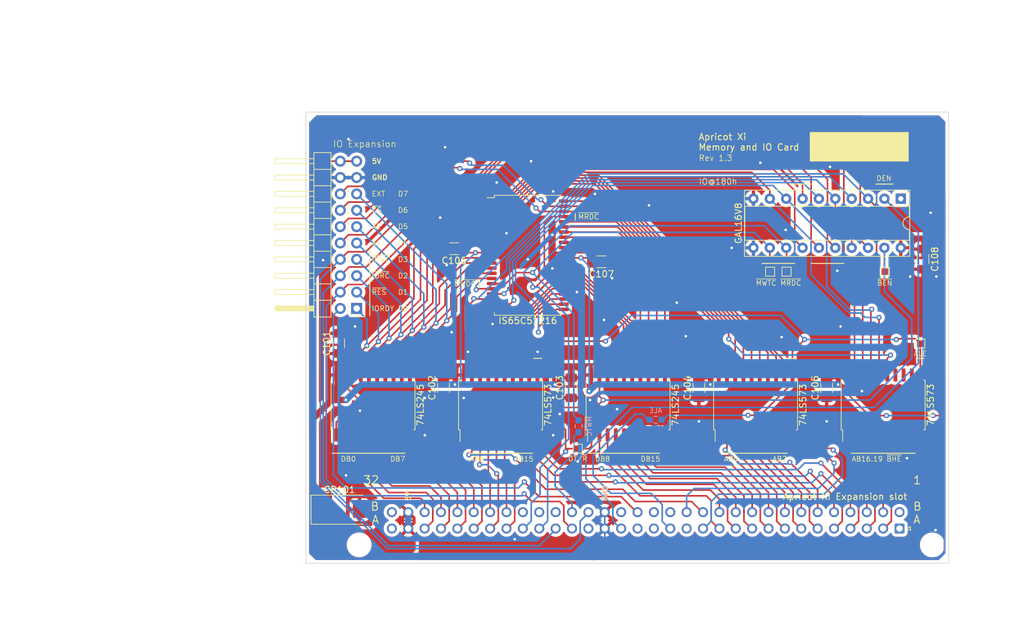
<source format=kicad_pcb>
(kicad_pcb (version 20211014) (generator pcbnew)
  (title_block (title "Apricot Xi Memory") (date "2023-04-21") (rev "1.3.2") (company "Atsuko Ito"))
  (layers (0 "F.Cu" signal) (31 "B.Cu" signal) (34 "B.Paste" user) (35 "F.Paste" user) (36 "B.SilkS" user "B.Silkscreen") (37 "F.SilkS" user "F.Silkscreen") (38 "B.Mask" user) (39 "F.Mask" user) (44 "Edge.Cuts" user))
  (net 0 "")
  (net 1 "GND")
  (net 2 "5VDC")
  (net 3 "ALE")
  (net 4 "DT{slash}~{R}")
  (net 5 "AB0")
  (net 6 "AB1")
  (net 7 "AB2")
  (net 8 "AB3")
  (net 9 "AB4")
  (net 10 "AB5")
  (net 11 "AB6")
  (net 12 "AB7")
  (net 13 "A7")
  (net 14 "A6")
  (net 15 "A5")
  (net 16 "A4")
  (net 17 "A3")
  (net 18 "A2")
  (net 19 "A1")
  (net 20 "A0")
  (net 21 "DB0")
  (net 22 "DB1")
  (net 23 "DB2")
  (net 24 "DB3")
  (net 25 "DB4")
  (net 26 "DB5")
  (net 27 "DB6")
  (net 28 "DB7")
  (net 29 "D7")
  (net 30 "D6")
  (net 31 "D5")
  (net 32 "D4")
  (net 33 "D3")
  (net 34 "D2")
  (net 35 "D1")
  (net 36 "D0")
  (net 37 "DB8")
  (net 38 "DB9")
  (net 39 "DB10")
  (net 40 "DB11")
  (net 41 "DB12")
  (net 42 "DB13")
  (net 43 "DB14")
  (net 44 "DB15")
  (net 45 "D15")
  (net 46 "D14")
  (net 47 "D13")
  (net 48 "D12")
  (net 49 "D11")
  (net 50 "D10")
  (net 51 "D9")
  (net 52 "D8")
  (net 53 "-12VDC")
  (net 54 "12VDC")
  (net 55 "AB10")
  (net 56 "AB9")
  (net 57 "AB11")
  (net 58 "AB12")
  (net 59 "~{AMWC}")
  (net 60 "~{MRDC}")
  (net 61 "~{DMA2}")
  (net 62 "~{DMA1}")
  (net 63 "~{IORC}")
  (net 64 "~{MWTC}")
  (net 65 "~{RES}")
  (net 66 "~{IOWC}")
  (net 67 "~{AIOWC}")
  (net 68 "~{CLK5}")
  (net 69 "DEN")
  (net 70 "IORDY")
  (net 71 "MRDY")
  (net 72 "~{EXT1}")
  (net 73 "~{EXT2}")
  (net 74 "~{INT3}")
  (net 75 "~{INT2}")
  (net 76 "AB8")
  (net 77 "AB14")
  (net 78 "AB13")
  (net 79 "AB15")
  (net 80 "AB16")
  (net 81 "AB17")
  (net 82 "AB18")
  (net 83 "AB19")
  (net 84 "~{BHE}")
  (net 85 "NMI")
  (net 86 "CLK15")
  (net 87 "A19")
  (net 88 "A18")
  (net 89 "A17")
  (net 90 "A15")
  (net 91 "A14")
  (net 92 "A13")
  (net 93 "A12")
  (net 94 "A11")
  (net 95 "A10")
  (net 96 "A9")
  (net 97 "A8")
  (net 104 "~{UB}")
  (net 105 "A16")
  (net 106 "EXP.~{CS}")
  (net 107 "Net-(J101-Padb21)")
  (net 108 "BUS.~{ENABLED}")
  (net 109 "MEM.~{CS1}")
  (net 110 "EXP.SPARE")
  (net 111 "Net-(J101-Pada15)")
  (net 112 "unconnected-(J102-Pad1)")
  (footprint "Capacitor_SMD:C_1206_3216Metric_Pad1.33x1.80mm_HandSolder" (layer "F.Cu") (at 105.283 104.648)
    (fp_text reference "C107")
    (fp_text value "1uF PWR")
  )
  (footprint "Package_SO:SOIC-20W_7.5x12.8mm_P1.27mm" (layer "F.Cu") (at 69.85 126.873 90)
    (fp_text reference "U104" hide)
    (fp_text value "74LS245")
  )
  (footprint "TestPoint:TestPoint_Pad_1.0x1.0mm" (layer "F.Cu") (at 154.7368 117.348)
    (fp_text reference "TP101" hide)
    (fp_text value "ALE")
  )
  (footprint "Package_SO:TSOP-II-44_10.16x18.41mm_P0.8mm" (layer "F.Cu") (at 93.853 103.632)
    (fp_text reference "U106" hide)
    (fp_text value "IS65C51216")
  )
  (footprint "Capacitor_SMD:C_1206_3216Metric_Pad1.33x1.80mm_HandSolder" (layer "F.Cu") (at 64.516 117.3095 90)
    (fp_text reference "C101")
    (fp_text value "1uF PWR")
  )
  (footprint "Capacitor_SMD:C_1206_3216Metric_Pad1.33x1.80mm_HandSolder" (layer "F.Cu") (at 80.772 124.206 -90)
    (fp_text reference "C102")
    (fp_text value "1uF PWR")
  )
  (footprint "TestPoint:TestPoint_Pad_1.0x1.0mm" (layer "F.Cu") (at 149.225 106.172)
    (fp_text reference "TP105" hide)
    (fp_text value "~{BEN}")
  )
  (footprint "Capacitor_SMD:C_1206_3216Metric_Pad1.33x1.80mm_HandSolder" (layer "F.Cu") (at 82.423 102.616 180)
    (fp_text reference "C106")
    (fp_text value "1uF PWR")
  )
  (footprint "Package_SO:SOIC-20W_7.5x12.8mm_P1.27mm" (layer "F.Cu") (at 89.63025 126.873 90)
    (fp_text reference "U102" hide)
    (fp_text value "74LS573")
  )
  (footprint "Capacitor_SMD:C_1206_3216Metric_Pad1.33x1.80mm_HandSolder" (layer "F.Cu") (at 155.1432 104.2416 -90)
    (fp_text reference "C108")
    (fp_text value "1uF PWR")
  )
  (footprint "Connector_DIN:DIN41612_B_2x32_Male_Horizontal_THT" (layer "F.Cu") (at 151.511 146.05 180)
    (fp_text reference "J101" hide)
    (fp_text value "Apricot XI Expansion slot")
  )
  (footprint "Package_SO:SOIC-20W_7.5x12.8mm_P1.27mm" (layer "F.Cu") (at 109.4105 126.873 90)
    (fp_text reference "U105" hide)
    (fp_text value "74LS245")
  )
  (footprint "Package_SO:SOIC-20W_7.5x12.8mm_P1.27mm" (layer "F.Cu") (at 148.971 126.873 90)
    (fp_text reference "U103" hide)
    (fp_text value "74LS573")
  )
  (footprint "TestPoint:TestPoint_Pad_1.0x1.0mm" (layer "F.Cu") (at 101.6 133.6548)
    (fp_text reference "TP106" hide)
    (fp_text value "DT/~{R}")
  )
  (footprint "Capacitor_SMD:C_1206_3216Metric_Pad1.33x1.80mm_HandSolder" (layer "F.Cu") (at 100.584 124.206 -90)
    (fp_text reference "C103")
    (fp_text value "1uF PWR")
  )
  (footprint "TestPoint:TestPoint_Pad_1.0x1.0mm" (layer "F.Cu") (at 131.445 106.172)
    (fp_text reference "TP107" hide)
    (fp_text value "~{MWTC}")
  )
  (footprint "TestPoint:TestPoint_Pad_1.0x1.0mm" (layer "F.Cu") (at 133.985 106.172)
    (fp_text reference "TP104" hide)
    (fp_text value "~{MRDC}")
  )
  (footprint "Package_SO:SOIC-20W_7.5x12.8mm_P1.27mm" (layer "F.Cu") (at 129.19075 126.873 90)
    (fp_text reference "U101" hide)
    (fp_text value "74LS573")
  )
  (footprint "Connector_PinHeader_2.54mm:PinHeader_2x10_P2.54mm_Horizontal" (layer "F.Cu") (at 67.31 111.887 180)
    (fp_text reference "J103" hide)
    (fp_text value "IO Expansion")
  )
  (footprint "Capacitor_SMD:C_1206_3216Metric_Pad1.33x1.80mm_HandSolder" (layer "F.Cu") (at 120.396 124.206 -90)
    (fp_text reference "C104")
    (fp_text value "1uF PWR")
  )
  (footprint "Capacitor_SMD:C_1206_3216Metric_Pad1.33x1.80mm_HandSolder" (layer "F.Cu") (at 140.208 124.206 -90)
    (fp_text reference "C105")
    (fp_text value "1uF PWR")
  )
  (footprint "Capacitor_Tantalum_SMD:CP_EIA-7343-31_Kemet-D" (layer "F.Cu") (at 64.643 143.129)
    (fp_text reference "CP101")
    (fp_text value "PPWR")
  )
  (footprint "Package_DIP:DIP-20_W7.62mm_Socket" (layer "F.Cu") (at 151.7092 94.8536 -90)
    (fp_text reference "J102" hide)
    (fp_text value "GAL16V8")
  )
  (footprint "Resistor_SMD:R_0603_1608Metric_Pad0.98x0.95mm_HandSolder" (layer "B.Cu") (at 113.665 129.159)
    (fp_text reference "R102" hide)
    (fp_text value "ALE")
  )
  (footprint "Resistor_SMD:R_0603_1608Metric_Pad0.98x0.95mm_HandSolder" (layer "B.Cu") (at 101.727 130.175 -90)
    (fp_text reference "R101" hide)
    (fp_text value "~{MWTC}")
  )
  (gr_line (start 103.1748 134.366) (end 114.3 134.366) (layer "F.SilkS") (width 0.15))
  (gr_line (start 147.828 92.583) (end 150.495 92.583) (layer "F.SilkS") (width 0.15))
  (gr_line (start 144.018 134.366) (end 153.924 134.366) (layer "F.SilkS") (width 0.15))
  (gr_line (start 84.709 134.366) (end 94.615 134.366) (layer "F.SilkS") (width 0.15))
  (gr_line (start 63.5 134.366) (end 74.803 134.366) (layer "F.SilkS") (width 0.15))
  (gr_line (start 135.128 92.583) (end 137.795 92.583) (layer "F.SilkS") (width 0.15))
  (gr_line (start 86.36 107.569) (end 86.36 108.585) (layer "F.SilkS") (width 0.15))
  (gr_line (start 130.175 104.902) (end 135.255 104.902) (layer "F.SilkS") (width 0.15))
  (gr_line (start 101.219 97.155) (end 101.219 98.171) (layer "F.SilkS") (width 0.15))
  (gr_line (start 137.795 104.902) (end 142.875 104.902) (layer "F.SilkS") (width 0.15))
  (gr_line (start 134.112 119.634) (end 135.382 119.634) (layer "F.SilkS") (width 0.15))
  (gr_line (start 69.342 102.997) (end 69.342 113.03) (layer "F.SilkS") (width 0.15))
  (gr_rect (start 137.668 84.582) (end 152.8572 89.0016) (layer "F.SilkS") (width 0.15) (fill solid))
  (gr_line (start 124.206 134.366) (end 134.112 134.366) (layer "F.SilkS") (width 0.15))
  (gr_line (start 154.051 119.634) (end 155.321 119.634) (layer "F.SilkS") (width 0.15))
  (gr_line (start 94.742 119.634) (end 96.012 119.634) (layer "F.SilkS") (width 0.15))
  (gr_rect (start 159.131 151.4475) (end 59.436 81.407) (layer "Edge.Cuts") (width 0.1) (fill none))
  (gr_text "GND" (at 105.791 141.859 -90) (layer "B.SilkS") (effects (font (size 0.78 0.78)) (justify left mirror)))
  (gr_text "1\n\nB\nA" (at 153.543 141.605) (layer "F.SilkS") (effects (font (size 1.27 1.27)) (justify left)))
  (gr_text "AB0         AB7" (at 129.159 135.255) (layer "F.SilkS") (effects (font (size 0.78 0.78) (thickness 0.1))))
  (gr_text "5V\n\nGND" (at 69.596 90.297) (layer "F.SilkS") (effects (font (size 0.78 0.78)) (justify left)))
  (gr_text "DB0         DB7" (at 69.85 135.255) (layer "F.SilkS") (effects (font (size 0.78 0.78) (thickness 0.1))))
  (gr_text "AB8        AB15" (at 89.789 135.255) (layer "F.SilkS") (effects (font (size 0.78 0.78) (thickness 0.1))))
  (gr_text "D7\n\nD6\n\nD5\n\nD4\n\nD3\n\nD2\n\nD1\n\nD0" (at 73.66 102.997) (layer "F.SilkS") (effects (font (size 0.79 0.79) (thickness 0.1)) (justify left)))
  (gr_text "AB16.19 ~{BHE}" (at 147.955 135.255) (layer "F.SilkS") (effects (font (size 0.78 0.78) (thickness 0.1))))
  (gr_text "~{MRDC}" (at 101.6 97.663) (layer "F.SilkS") (effects (font (size 0.78 0.78) (thickness 0.1)) (justify left)))
  (gr_text "DEN" (at 149.098 91.694) (layer "F.SilkS") (effects (font (size 0.78 0.78) (thickness 0.1))))
  (gr_text "5V" (at 75.311 141.859 90) (layer "F.SilkS") (effects (font (size 0.78 0.78)) (justify left)))
  (gr_text "~{MWDC}" (at 85.852 108.077) (layer "F.SilkS") (effects (font (size 0.78 0.78) (thickness 0.1)) (justify right)))
  (gr_text "IO@180h" (at 120.3452 92.202) (layer "F.SilkS") (effects (font (size 0.9 0.9) (thickness 0.1)) (justify left)))
  (gr_text "Rev 1.3" (at 120.3198 88.5444) (layer "F.SilkS") (effects (font (size 0.9 0.9) (thickness 0.1)) (justify left)))
  (gr_text "DB8        DB15" (at 109.347 135.255) (layer "F.SilkS") (effects (font (size 0.78 0.78) (thickness 0.1))))
  (gr_text "GND" (at 105.791 141.859 90) (layer "F.SilkS") (effects (font (size 0.78 0.78)) (justify left)))
  (gr_text "32\n\nB\nA" (at 70.866 141.605) (layer "F.SilkS") (effects (font (size 1.27 1.27)) (justify right)))
  (gr_text "EXT\n\n~{CS}\n\nA2\n\nA1\n\n~{IOWC}\n\n~{IORC} \n\n~{RES} \n\nIORDY " (at 69.596 102.997) (layer "F.SilkS") (effects (font (size 0.79 0.79) (thickness 0.1)) (justify left)))
  (gr_text "Apricot Xi\nMemory and IO Card" (at 120.269 86.0552) (layer "F.SilkS") (effects (font (size 1 1)) (justify left)))
  (segment (start 90.551 102.616) (end 89.135 104.032) (width 0.25) (layer "F.Cu") (net 1))
  (segment (start 88.2655 104.032) (end 82.404 104.032) (width 0.25) (layer "F.Cu") (net 1))
  (segment (start 88.2655 104.032) (end 89.135 104.032) (width 0.25) (layer "F.Cu") (net 1))
  (segment (start 99.4405 103.232) (end 97.682 103.232) (width 0.25) (layer "F.Cu") (net 1))
  (segment (start 89.135 104.032) (end 93.618 104.032) (width 0.25) (layer "F.Cu") (net 1))
  (segment (start 63.119 91.567) (end 62.103 92.583) (width 0.25) (layer "F.Cu") (net 1))
  (segment (start 90.551 100.203) (end 90.551 102.616) (width 0.25) (layer "F.Cu") (net 1))
  (segment (start 106.8455 103.6705) (end 106.407 103.232) (width 0.25) (layer "F.Cu") (net 1))
  (segment (start 64.77 91.567) (end 67.31 91.567) (width 0.25) (layer "F.Cu") (net 1))
  (segment (start 94.361 104.648) (end 93.98 104.267) (width 0.25) (layer "F.Cu") (net 1))
  (segment (start 97.663 105.664) (end 97.663 103.251) (width 0.25) (layer "F.Cu") (net 1))
  (segment (start 82.404 104.032) (end 81.28 105.156) (width 0.25) (layer "F.Cu") (net 1))
  (segment (start 64.77 91.567) (end 63.119 91.567) (width 0.25) (layer "F.Cu") (net 1))
  (segment (start 106.407 103.232) (end 99.4405 103.232) (width 0.25) (layer "F.Cu") (net 1))
  (segment (start 97.682 103.232) (end 97.663 103.251) (width 0.25) (layer "F.Cu") (net 1))
  (segment (start 106.8455 104.521) (end 106.8455 103.6705) (width 0.25) (layer "F.Cu") (net 1))
  (segment (start 93.618 104.032) (end 93.853 104.267) (width 0.25) (layer "F.Cu") (net 1))
  (segment (start 93.98 104.267) (end 93.853 104.267) (width 0.25) (layer "F.Cu") (net 1))
  (segment (start 62.103 92.583) (end 62.103 104.394) (width 0.25) (layer "F.Cu") (net 1))
  (via (at 93.853 104.267) (size 0.8) (drill 0.4) (layers "F.Cu" "B.Cu") (net 1))
  (via (at 104.267 94.107) (size 0.8) (drill 0.4) (layers "F.Cu" "B.Cu") (net 1))
  (via (at 125.476 102.489) (size 0.8) (drill 0.4) (layers "F.Cu" "B.Cu") (net 1))
  (via (at 62.103 104.394) (size 0.8) (drill 0.4) (layers "F.Cu" "B.Cu") (net 1))
  (via (at 118.364 116.205) (size 0.8) (drill 0.4) (layers "F.Cu" "B.Cu") (net 1))
  (via (at 81.026 86.868) (size 0.8) (drill 0.4) (layers "F.Cu" "B.Cu") (net 1))
  (via (at 106.934 107.188) (size 0.8) (drill 0.4) (layers "F.Cu" "B.Cu") (net 1))
  (via (at 89.027 92.329) (size 0.8) (drill 0.4) (layers "F.Cu" "B.Cu") (net 1))
  (via (at 157.226 106.934) (size 0.8) (drill 0.4) (layers "F.Cu" "B.Cu") (net 1))
  (via (at 81.28 105.156) (size 0.8) (drill 0.4) (layers "F.Cu" "B.Cu") (net 1))
  (via (at 133.223 116.332) (size 0.8) (drill 0.4) (layers "F.Cu" "B.Cu") (net 1))
  (via (at 152.654 135.128) (size 0.8) (drill 0.4) (layers "F.Cu" "B.Cu") (net 1))
  (via (at 145.669 124.714) (size 0.8) (drill 0.4) (layers "F.Cu" "B.Cu") (net 1))
  (via (at 67.056 114.681) (size 0.8) (drill 0.4) (layers "F.Cu" "B.Cu") (net 1))
  (via (at 116.967 110.998) (size 0.8) (drill 0.4) (layers "F.Cu" "B.Cu") (net 1))
  (via (at 97.79 131.572) (size 0.8) (drill 0.4) (layers "F.Cu" "B.Cu") (net 1))
  (via (at 140.716 89.916) (size 0.8) (drill 0.4) (layers "F.Cu" "B.Cu") (net 1))
  (via (at 157.099 146.304) (size 0.8) (drill 0.4) (layers "F.Cu" "B.Cu") (net 1))
  (via (at 98.806 128.27) (size 0.8) (drill 0.4) (layers "F.Cu" "B.Cu") (net 1))
  (via (at 101.6 135.636) (size 0.8) (drill 0.4) (layers "F.Cu" "B.Cu") (net 1))
  (via (at 77.8764 131.572) (size 0.8) (drill 0.4) (layers "F.Cu" "B.Cu") (net 1))
  (via (at 97.663 100.457) (size 0.8) (drill 0.4) (layers "F.Cu" "B.Cu") (net 1))
  (via (at 95.377 118.618) (size 0.8) (drill 0.4) (layers "F.Cu" "B.Cu") (net 1))
  (via (at 84.582 118.618) (size 0.8) (drill 0.4) (layers "F.Cu" "B.Cu") (net 1))
  (via (at 77.8764 125.7808) (size 0.8) (drill 0.4) (layers "F.Cu" "B.Cu") (net 1))
  (via (at 91.821 147.701) (size 0.8) (drill 0.4) (layers "F.Cu" "B.Cu") (net 1))
  (via (at 112.649 95.885) (size 0.8) (drill 0.4) (layers "F.Cu" "B.Cu") (net 1))
  (via (at 133.858 99.695) (size 0.8) (drill 0.4) (layers "F.Cu" "B.Cu") (net 1))
  (via (at 83.9216 125.7808) (size 0.8) (drill 0.4) (layers "F.Cu" "B.Cu") (net 1))
  (via (at 153.162 106.934) (size 0.8) (drill 0.4) (layers "F.Cu" "B.Cu") (net 1))
  (via (at 105.664 113.665) (size 0.8) (drill 0.4) (layers "F.Cu" "B.Cu") (net 1))
  (via (at 97.663 105.664) (size 0.8) (drill 0.4) (layers "F.Cu" "B.Cu") (net 1))
  (via (at 65.659 137.795) (size 0.8) (drill 0.4) (layers "F.Cu" "B.Cu") (net 1))
  (via (at 142.367 114.681) (size 0.8) (drill 0.4) (layers "F.Cu" "B.Cu") (net 1))
  (via (at 140.208 129.413) (size 0.8) (drill 0.4) (layers "F.Cu" "B.Cu") (net 1))
  (via (at 129.921 89.281) (size 0.8) (drill 0.4) (layers "F.Cu" "B.Cu") (net 1))
  (via (at 156.337 97.028) (size 0.8) (drill 0.4) (layers "F.Cu" "B.Cu") (net 1))
  (via (at 101.473 109.347) (size 0.8) (drill 0.4) (layers "F.Cu" "B.Cu") (net 1))
  (via (at 120.396 129.413) (size 0.8) (drill 0.4) (layers "F.Cu" "B.Cu") (net 1))
  (via (at 97.79 93.726) (size 0.8) (drill 0.4) (layers "F.Cu" "B.Cu") (net 1))
  (via (at 90.551 100.203) (size 0.8) (drill 0.4) (layers "F.Cu" "B.Cu") (net 1))
  (via (at 80.264 97.79) (size 0.8) (drill 0.4) (layers "F.Cu" "B.Cu") (net 1))
  (via (at 88.392 114.3) (size 0.8) (drill 0.4) (layers "F.Cu" "B.Cu") (net 1))
  (via (at 141.859 106.045) (size 0.8) (drill 0.4) (layers "F.Cu" "B.Cu") (net 1))
  (via (at 97.79 125.73) (size 0.8) (drill 0.4) (layers "F.Cu" "B.Cu") (net 1))
  (via (at 66.04 85.598) (size 0.8) (drill 0.4) (layers "F.Cu" "B.Cu") (net 1))
  (via (at 82.042 115.57) (size 0.8) (drill 0.4) (layers "F.Cu" "B.Cu") (net 1))
  (via (at 103.505 126.111) (size 0.8) (drill 0.4) (layers "F.Cu" "B.Cu") (net 1))
  (via (at 94.361 89.027) (size 0.8) (drill 0.4) (layers "F.Cu" "B.Cu") (net 1))
  (via (at 67.818 127.762) (size 0.8) (drill 0.4) (layers "F.Cu" "B.Cu") (net 1))
  (via (at 107.696 127.508) (size 0.8) (drill 0.4) (layers "F.Cu" "B.Cu") (net 1))
  (segment (start 133.858 99.695) (end 135.255 101.092) (width 0.25) (layer "B.Cu") (net 1))
  (segment (start 105.791 143.637) (end 105.791 149.098) (width 0.25) (layer "B.Cu") (net 1))
  (segment (start 62.103 104.267) (end 60.579 105.791) (width 0.25) (layer "B.Cu") (net 1))
  (segment (start 157.734 150.622) (end 158.496 149.86) (width 0.25) (layer "B.Cu") (net 1))
  (segment (start 105.791 149.098) (end 107.315 150.622) (width 0.25) (layer "B.Cu") (net 1))
  (segment (start 141.859 106.045) (end 142.673711 105.230289) (width 0.25) (layer "B.Cu") (net 1))
  (segment (start 60.579 105.791) (end 60.579 146.939) (width 0.25) (layer "B.Cu") (net 1))
  (segment (start 142.673711 105.230289) (end 142.673711 100.001711) (width 0.25) (layer "B.Cu") (net 1))
  (segment (start 107.315 150.622) (end 157.734 150.622) (width 0.25) (layer "B.Cu") (net 1))
  (segment (start 142.673711 100.001711) (end 142.24 99.568) (width 0.25) (layer "B.Cu") (net 1))
  (segment (start 147.955 92.71) (end 147.828 92.583) (width 0.25) (layer "B.Cu") (net 1))
  (segment (start 158.496 149.86) (end 158.496 93.091) (width 0.25) (layer "B.Cu") (net 1))
  (segment (start 101.6 139.446) (end 101.6 135.636) (width 0.25) (layer "B.Cu") (net 1))
  (segment (start 104.013 150.876) (end 105.791 149.098) (width 0.25) (layer "B.Cu") (net 1))
  (segment (start 158.496 93.091) (end 155.829 90.424) (width 0.25) (layer "B.Cu") (net 1))
  (segment (start 135.255 101.092) (end 135.255 105.537) (width 0.25) (layer "B.Cu") (net 1))
  (segment (start 105.791 143.637) (end 101.6 139.446) (width 0.5) (layer "B.Cu") (net 1))
  (segment (start 147.955 96.647) (end 147.955 92.71) (width 0.25) (layer "B.Cu") (net 1))
  (segment (start 60.579 146.939) (end 64.135 150.495) (width 0.25) (layer "B.Cu") (net 1))
  (segment (start 99.4405 104.032) (end 102.089 104.032) (width 0.25) (layer "F.Cu") (net 2))
  (segment (start 83.9855 102.616) (end 84.6015 103.232) (width 0.25) (layer "F.Cu") (net 2))
  (segment (start 60.579 140.716) (end 61.468 140.716) (width 1) (layer "F.Cu") (net 2))
  (segment (start 60.452 83.2612) (end 61.3156 82.3976) (width 1) (layer "F.Cu") (net 2))
  (segment (start 75.311 143.51) (end 74.041 142.24) (width 0.4) (layer "F.Cu") (net 2))
  (segment (start 67.31 89.027) (end 64.77 89.027) (width 0.25) (layer "F.Cu") (net 2))
  (segment (start 75.311 149.098) (end 77.0382 150.8252) (width 0.25) (layer "F.Cu") (net 2))
  (segment (start 158.496 149.8092) (end 158.496 128.524) (width 0.25) (layer "F.Cu") (net 2))
  (segment (start 158.496 128.524) (end 156.718 128.524) (width 0.25) (layer "F.Cu") (net 2))
  (segment (start 73.787 142.113) (end 73.914 142.24) (width 0.25) (layer "F.Cu") (net 2))
  (segment (start 77.0382 150.8252) (end 157.48 150.8252) (width 0.25) (layer "F.Cu") (net 2))
  (segment (start 155.1432 101.3968) (end 155.702 100.838) (width 0.25) (layer "F.Cu") (net 2))
  (segment (start 156.718 128.524) (end 156.591 128.524) (width 0.25) (layer "F.Cu") (net 2))
  (segment (start 65.6336 126.0856) (end 63.4492 126.0856) (width 1) (layer "F.Cu") (net 2))
  (segment (start 60.452 140.589) (end 60.579 140.716) (width 1) (layer "F.Cu") (net 2))
  (segment (start 141.986 123.698) (end 146.812 128.524) (width 0.25) (layer "F.Cu") (net 2))
  (segment (start 61.3156 82.3976) (end 145.3896 82.3976) (width 1) (layer "F.Cu") (net 2))
  (segment (start 155.1432 102.6791) (end 155.1432 101.3968) (width 0.25) (layer "F.Cu") (net 2))
  (segment (start 84.6015 103.232) (end 85.725 103.232) (width 0.25) (layer "F.Cu") (net 2))
  (segment (start 63.4492 126.0856) (end 60.5028 129.032) (width 1) (layer "F.Cu") (net 2))
  (segment (start 102.089 104.032) (end 103.2315 104.032) (width 0.25) (layer "F.Cu") (net 2))
  (segment (start 64.77 89.027) (end 62.6872 89.027) (width 0.25) (layer "F.Cu") (net 2))
  (segment (start 60.452 91.694) (end 60.452 83.2612) (width 1) (layer "F.Cu") (net 2))
  (segment (start 145.3896 82.3976) (end 158.115 95.123) (width 1) (layer "F.Cu") (net 2))
  (segment (start 74.041 142.24) (end 73.914 142.24) (width 0.4) (layer "F.Cu") (net 2))
  (segment (start 158.115 98.8314) (end 155.9052 101.0412) (width 1) (layer "F.Cu") (net 2))
  (segment (start 62.6872 89.027) (end 60.452 91.2622) (width 0.25) (layer "F.Cu") (net 2))
  (segment (start 158.115 95.123) (end 158.115 98.8314) (width 1) (layer "F.Cu") (net 2))
  (segment (start 70.485 142.113) (end 73.787 142.113) (width 0.25) (layer "F.Cu") (net 2))
  (segment (start 158.496 128.524) (end 158.496 98.044) (width 0.25) (layer "F.Cu") (net 2))
  (segment (start 103.6955 122.223) (end 103.6955 124.3965) (width 0.5) (layer "F.Cu") (net 2))
  (segment (start 88.2655 103.232) (end 85.725 103.232) (width 0.25) (layer "F.Cu") (net 2))
  (segment (start 60.452 140.589) (end 60.452 91.2622) (width 1) (layer "F.Cu") (net 2))
  (segment (start 157.48 150.8252) (end 158.496 149.8092) (width 0.25) (layer "F.Cu") (net 2))
  (segment (start 103.6955 124.3965) (end 103.378 124.714) (width 0.5) (layer "F.Cu") (net 2))
  (segment (start 146.812 128.524) (end 149.479 128.524) (width 0.25) (layer "F.Cu") (net 2))
  (via (at 149.479 128.524) (size 0.8) (drill 0.4) (layers "F.Cu" "B.Cu") (net 2))
  (via (at 102.089 104.032) (size 0.8) (drill 0.4) (layers "F.Cu" "B.Cu") (net 2))
  (via (at 141.986 123.698) (size 0.8) (drill 0.4) (layers "F.Cu" "B.Cu") (net 2))
  (via (at 85.725 103.232) (size 0.8) (drill 0.4) (layers "F.Cu" "B.Cu") (net 2))
  (via (at 103.378 124.714) (size 0.8) (drill 0.4) (layers "F.Cu" "B.Cu") (net 2))
  (via (at 122.174 123.698) (size 0.8) (drill 0.4) (layers "F.Cu" "B.Cu") (net 2))
  (via (at 65.6336 126.0856) (size 0.8) (drill 0.4) (layers "F.Cu" "B.Cu") (net 2))
  (via (at 98.044 123.698) (size 0.8) (drill 0.4) (layers "F.Cu" "B.Cu") (net 2))
  (via (at 156.718 128.524) (size 0.8) (drill 0.4) (layers "F.Cu" "B.Cu") (net 2))
  (via (at 82.55 123.698) (size 0.8) (drill 0.4) (layers "F.Cu" "B.Cu") (net 2))
  (segment (start 75.311 146.177) (end 75.311 143.637) (width 1) (layer "B.Cu") (net 2))
  (segment (start 83.439 122.809) (end 82.55 123.698) (width 0.25) (layer "B.Cu") (net 2))
  (segment (start 83.439 105.518) (end 83.439 122.809) (width 0.25) (layer "B.Cu") (net 2))
  (segment (start 141.986 123.698) (end 104.394 123.698) (width 1) (layer "B.Cu") (net 2))
  (segment (start 102.089 104.032) (end 103.378 105.321) (width 0.25) (layer "B.Cu") (net 2))
  (segment (start 104.394 123.698) (end 103.378 124.714) (width 1) (layer "B.Cu") (net 2))
  (segment (start 82.55 123.698) (end 68.072 123.698) (width 1) (layer "B.Cu") (net 2))
  (segment (start 82.55 123.698) (end 98.044 123.698) (width 1) (layer "B.Cu") (net 2))
  (segment (start 103.378 105.321) (end 103.378 124.714) (width 0.25) (layer "B.Cu") (net 2))
  (segment (start 68.072 123.698) (end 65.6844 126.0856) (width 1) (layer "B.Cu") (net 2))
  (segment (start 65.6844 126.0856) (end 65.6336 126.0856) (width 1) (layer "B.Cu") (net 2))
  (segment (start 156.718 128.524) (end 149.479 128.524) (width 0.25) (layer "B.Cu") (net 2))
  (segment (start 85.725 103.232) (end 83.439 105.518) (width 0.25) (layer "B.Cu") (net 2))
  (segment (start 98.806 116.967) (end 105.918 116.967) (width 0.25) (layer "F.Cu") (net 3))
  (segment (start 153.9748 116.586) (end 151.13 116.586) (width 0.25) (layer "F.Cu") (net 3))
  (segment (start 134.90575 118.58625) (end 136.779 116.713) (width 0.25) (layer "F.Cu") (net 3))
  (segment (start 95.34525 122.223) (end 95.34525 120.42775) (width 0.25) (layer "F.Cu") (net 3))
  (segment (start 154.7368 122.1722) (end 154.7368 118.491) (width 0.25) (layer "F.Cu") (net 3))
  (segment (start 154.686 122.223) (end 154.7368 122.1722) (width 0.25) (layer "F.Cu") (net 3))
  (segment (start 151.13 116.586) (end 151.003 116.713) (width 0.25) (layer "F.Cu") (net 3))
  (segment (start 134.90575 122.223) (end 134.90575 123.46305) (width 0.25) (layer "F.Cu") (net 3))
  (segment (start 95.34525 120.42775) (end 98.806 116.967) (width 0.25) (layer "F.Cu") (net 3))
  (segment (start 154.7368 117.348) (end 153.9748 116.586) (width 0.25) (layer "F.Cu") (net 3))
  (segment (start 134.90575 122.223) (end 134.90575 118.58625) (width 0.25) (layer "F.Cu") (net 3))
  (segment (start 129.8956 128.4732) (end 128.016 128.4732) (width 0.25) (layer "F.Cu") (net 3))
  (segment (start 134.90575 123.46305) (end 129.8956 128.4732) (width 0.25) (layer "F.Cu") (net 3))
  (segment (start 154.7368 122.1722) (end 154.7368 117.348) (width 0.25) (layer "F.Cu") (net 3))
  (via (at 105.918 116.967) (size 0.8) (drill 0.4) (layers "F.Cu" "B.Cu") (net 3))
  (via (at 128.016 128.4732) (size 0.8) (drill 0.4) (layers "F.Cu" "B.Cu") (net 3))
  (via (at 136.779 116.713) (size 0.8) (drill 0.4) (layers "F.Cu" "B.Cu") (net 3))
  (via (at 151.003 116.713) (size 0.8) (drill 0.4) (layers "F.Cu" "B.Cu") (net 3))
  (segment (start 133.0452 112.9792) (end 109.9058 112.9792) (width 0.25) (layer "B.Cu") (net 3))
  (segment (start 151.003 116.713) (end 136.779 116.713) (width 0.25) (layer "B.Cu") (net 3))
  (segment (start 114.5775 129.413) (end 115.5173 128.4732) (width 0.25) (layer "B.Cu") (net 3))
  (segment (start 136.779 116.713) (end 133.0452 112.9792) (width 0.25) (layer "B.Cu") (net 3))
  (segment (start 127.8128 128.27) (end 128.016 128.4732) (width 0.25) (layer "B.Cu") (net 3))
  (segment (start 115.5173 128.4732) (end 128.016 128.4732) (width 0.25) (layer "B.Cu") (net 3))
  (segment (start 109.9058 112.9792) (end 105.918 116.967) (width 0.25) (layer "B.Cu") (net 3))
  (segment (start 99.7204 133.7564) (end 99.7204 134.112) (width 0.25) (layer "F.Cu") (net 4))
  (segment (start 101.6 133.6548) (end 103.3272 133.6548) (width 0.25) (layer "F.Cu") (net 4))
  (segment (start 99.7204 130.7084) (end 99.7204 133.7564) (width 0.25) (layer "F.Cu") (net 4))
  (segment (start 100.1776 133.6548) (end 99.822 133.6548) (width 0.25) (layer "F.Cu") (net 4))
  (segment (start 64.135 129.5654) (end 64.8716 128.8288) (width 0.25) (layer "F.Cu") (net 4))
  (segment (start 64.135 131.523) (end 64.135 129.5654) (width 0.25) (layer "F.Cu") (net 4))
  (segment (start 100.1776 133.6548) (end 99.7204 134.112) (width 0.25) (layer "F.Cu") (net 4))
  (segment (start 97.8408 128.8288) (end 99.7204 130.7084) (width 0.25) (layer "F.Cu") (net 4))
  (segment (start 103.3272 133.6548) (end 103.7336 133.2484) (width 0.25) (layer "F.Cu") (net 4))
  (segment (start 101.6 133.6548) (end 100.1776 133.6548) (width 0.25) (layer "F.Cu") (net 4))
  (segment (start 99.822 133.6548) (end 99.7204 133.7564) (width 0.25) (layer "F.Cu") (net 4))
  (segment (start 64.8716 128.8288) (end 97.8408 128.8288) (width 0.25) (layer "F.Cu") (net 4))
  (segment (start 103.7336 133.2484) (end 103.7336 131.5611) (width 0.25) (layer "F.Cu") (net 4))
  (via (at 99.7204 134.112) (size 0.8) (drill 0.4) (layers "F.Cu" "B.Cu") (net 4))
  (segment (start 96.9264 136.906) (end 99.7204 134.112) (width 0.25) (layer "B.Cu") (net 4))
  (segment (start 96.9264 144.8816) (end 96.9264 136.906) (width 0.25) (layer "B.Cu") (net 4))
  (segment (start 95.631 146.177) (end 96.9264 144.8816) (width 0.25) (layer "B.Cu") (net 4))
  (segment (start 138.811 143.637) (end 138.811 140.081) (width 0.25) (layer "F.Cu") (net 5))
  (segment (start 138.811 140.081) (end 134.493 135.763) (width 0.25) (layer "F.Cu") (net 5))
  (segment (start 124.74575 131.523) (end 124.74575 133.57225) (width 0.25) (layer "F.Cu") (net 5))
  (segment (start 124.74575 133.57225) (end 124.46 133.858) (width 0.25) (layer "F.Cu") (net 5))
  (via (at 124.46 133.858) (size 0.8) (drill 0.4) (layers "F.Cu" "B.Cu") (net 5))
  (via (at 134.493 135.763) (size 0.8) (drill 0.4) (layers "F.Cu" "B.Cu") (net 5))
  (segment (start 126.619 136.017) (end 134.239 136.017) (width 0.25) (layer "B.Cu") (net 5))
  (segment (start 124.46 133.858) (end 126.619 136.017) (width 0.25) (layer "B.Cu") (net 5))
  (segment (start 134.239 136.017) (end 134.493 135.763) (width 0.25) (layer "B.Cu") (net 5))
  (segment (start 126.01575 134.01675) (end 126.01575 131.523) (width 0.25) (layer "F.Cu") (net 6))
  (segment (start 132.461 140.462) (end 126.01575 134.01675) (width 0.25) (layer "F.Cu") (net 6))
  (segment (start 132.461 144.907) (end 132.461 140.462) (width 0.25) (layer "F.Cu") (net 6))
  (segment (start 133.731 146.177) (end 132.461 144.907) (width 0.25) (layer "F.Cu") (net 6))
  (segment (start 127.28575 134.01675) (end 133.731 140.462) (width 0.25) (layer "F.Cu") (net 7))
  (segment (start 127.28575 131.523) (end 127.28575 134.01675) (width 0.25) (layer "F.Cu") (net 7))
  (segment (start 133.731 140.462) (end 133.731 143.637) (width 0.25) (layer "F.Cu") (net 7))
  (segment (start 135.001 140.462) (end 128.55575 134.01675) (width 0.25) (layer "F.Cu") (net 8))
  (segment (start 136.271 146.177) (end 135.001 144.907) (width 0.25) (layer "F.Cu") (net 8))
  (segment (start 128.55575 134.01675) (end 128.55575 131.523) (width 0.25) (layer "F.Cu") (net 8))
  (segment (start 135.001 144.907) (end 135.001 140.462) (width 0.25) (layer "F.Cu") (net 8))
  (segment (start 129.82575 134.01675) (end 129.82575 131.523) (width 0.25) (layer "F.Cu") (net 9))
  (segment (start 136.271 140.462) (end 129.82575 134.01675) (width 0.25) (layer "F.Cu") (net 9))
  (segment (start 136.271 143.637) (end 136.271 140.462) (width 0.25) (layer "F.Cu") (net 9))
  (segment (start 138.811 146.177) (end 137.541 144.907) (width 0.25) (layer "F.Cu") (net 10))
  (segment (start 137.541 140.3985) (end 131.09575 133.95325) (width 0.25) (layer "F.Cu") (net 10))
  (segment (start 131.09575 133.95325) (end 131.09575 131.523) (width 0.25) (layer "F.Cu") (net 10))
  (segment (start 137.541 144.907) (end 137.541 140.3985) (width 0.25) (layer "F.Cu") (net 10))
  (segment (start 139.954 134.493) (end 141.351 135.89) (width 0.25) (layer "F.Cu") (net 11))
  (segment (start 132.36575 131.523) (end 132.36575 133.50875) (width 0.25) (layer "F.Cu") (net 11))
  (segment (start 132.36575 133.50875) (end 133.35 134.493) (width 0.25) (layer "F.Cu") (net 11))
  (segment (start 133.35 134.493) (end 139.954 134.493) (width 0.25) (layer "F.Cu") (net 11))
  (via (at 141.351 135.89) (size 0.8) (drill 0.4) (layers "F.Cu" "B.Cu") (net 11))
  (segment (start 119.6594 139.827) (end 138.938 139.827) (width 0.25) (layer "B.Cu") (net 11))
  (segment (start 138.938 139.827) (end 141.351 137.414) (width 0.25) (layer "B.Cu") (net 11))
  (segment (start 118.491 140.9954) (end 119.6594 139.827) (width 0.25) (layer "B.Cu") (net 11))
  (segment (start 118.491 143.637) (end 118.491 140.9954) (width 0.25) (layer "B.Cu") (net 11))
  (segment (start 141.351 137.414) (end 141.351 135.89) (width 0.25) (layer "B.Cu") (net 11))
  (segment (start 133.985 133.604) (end 140.97 133.604) (width 0.25) (layer "F.Cu") (net 12))
  (segment (start 140.97 133.604) (end 141.224 133.858) (width 0.25) (layer "F.Cu") (net 12))
  (segment (start 133.63575 133.25475) (end 133.985 133.604) (width 0.25) (layer "F.Cu") (net 12))
  (segment (start 133.63575 131.523) (end 133.63575 133.25475) (width 0.25) (layer "F.Cu") (net 12))
  (via (at 141.224 133.858) (size 0.8) (drill 0.4) (layers "F.Cu" "B.Cu") (net 12))
  (segment (start 142.621 135.255) (end 141.224 133.858) (width 0.25) (layer "B.Cu") (net 12))
  (segment (start 122.301 144.907) (end 122.301 141.859) (width 0.25) (layer "B.Cu") (net 12))
  (segment (start 122.301 141.859) (end 123.444 140.716) (width 0.25) (layer "B.Cu") (net 12))
  (segment (start 121.031 146.177) (end 122.301 144.907) (width 0.25) (layer "B.Cu") (net 12))
  (segment (start 123.444 140.716) (end 139.827 140.716) (width 0.25) (layer "B.Cu") (net 12))
  (segment (start 139.827 140.716) (end 142.621 137.922) (width 0.25) (layer "B.Cu") (net 12))
  (segment (start 142.621 137.922) (end 142.621 135.255) (width 0.25) (layer "B.Cu") (net 12))
  (segment (start 90.274888 96.032) (end 95.110866 91.196022) (width 0.25) (layer "F.Cu") (net 13))
  (segment (start 133.63575 120.02135) (end 133.63575 122.223) (width 0.25) (layer "F.Cu") (net 13))
  (segment (start 104.810422 91.196022) (end 133.63575 120.02135) (width 0.25) (layer "F.Cu") (net 13))
  (segment (start 88.2655 96.032) (end 90.274888 96.032) (width 0.25) (layer "F.Cu") (net 13))
  (segment (start 95.110866 91.196022) (end 104.810422 91.196022) (width 0.25) (layer "F.Cu") (net 13))
  (segment (start 104.624231 91.645535) (end 132.36575 119.387054) (width 0.25) (layer "F.Cu") (net 14))
  (segment (start 132.36575 119.387054) (end 132.36575 122.223) (width 0.25) (layer "F.Cu") (net 14))
  (segment (start 88.2655 96.832) (end 90.110592 96.832) (width 0.25) (layer "F.Cu") (net 14))
  (segment (start 90.110592 96.832) (end 95.297059 91.645533) (width 0.25) (layer "F.Cu") (net 14))
  (segment (start 95.297059 91.645533) (end 104.624231 91.645535) (width 0.25) (layer "F.Cu") (net 14))
  (segment (start 95.483252 92.095044) (end 104.438037 92.095045) (width 0.25) (layer "F.Cu") (net 15))
  (segment (start 104.438037 92.095045) (end 131.09575 118.752758) (width 0.25) (layer "F.Cu") (net 15))
  (segment (start 88.2655 97.632) (end 89.946296 97.632) (width 0.25) (layer "F.Cu") (net 15))
  (segment (start 131.09575 118.752758) (end 131.09575 122.223) (width 0.25) (layer "F.Cu") (net 15))
  (segment (start 89.946296 97.632) (end 95.483252 92.095044) (width 0.25) (layer "F.Cu") (net 15))
  (segment (start 89.782 98.432) (end 88.2655 98.432) (width 0.25) (layer "F.Cu") (net 16))
  (segment (start 95.669445 92.544555) (end 89.782 98.432) (width 0.25) (layer "F.Cu") (net 16))
  (segment (start 129.82575 118.118462) (end 104.251843 92.544555) (width 0.25) (layer "F.Cu") (net 16))
  (segment (start 129.82575 122.223) (end 129.82575 118.118462) (width 0.25) (layer "F.Cu") (net 16))
  (segment (start 104.251843 92.544555) (end 95.669445 92.544555) (width 0.25) (layer "F.Cu") (net 16))
  (segment (start 128.55575 122.223) (end 128.55575 117.484166) (width 0.25) (layer "F.Cu") (net 17))
  (segment (start 106.303584 95.232) (end 99.4405 95.232) (width 0.25) (layer "F.Cu") (net 17))
  (segment (start 128.55575 117.484166) (end 106.303584 95.232) (width 0.25) (layer "F.Cu") (net 17))
  (segment (start 64.77 99.187) (end 66.04 97.917) (width 0.25) (layer "F.Cu") (net 18))
  (segment (start 66.04 97.917) (end 68.834 97.917) (width 0.25) (layer "F.Cu") (net 18))
  (segment (start 77.724 89.027) (end 84.5445 89.027) (width 0.25) (layer "F.Cu") (net 18))
  (segment (start 84.5445 89.027) (end 84.836 89.3185) (width 0.25) (layer "F.Cu") (net 18))
  (segment (start 68.834 97.917) (end 77.724 89.027) (width 0.25) (layer "F.Cu") (net 18))
  (segment (start 127.28575 116.84987) (end 106.46788 96.032) (width 0.25) (layer "F.Cu") (net 18))
  (segment (start 96.921 96.032) (end 95.885 94.996) (width 0.25) (layer "F.Cu") (net 18))
  (segment (start 106.46788 96.032) (end 99.4405 96.032) (width 0.25) (layer "F.Cu") (net 18))
  (segment (start 127.28575 122.223) (end 127.28575 116.84987) (width 0.25) (layer "F.Cu") (net 18))
  (segment (start 99.4405 96.032) (end 96.921 96.032) (width 0.25) (layer "F.Cu") (net 18))
  (via (at 84.836 89.3185) (size 0.8) (drill 0.4) (layers "F.Cu" "B.Cu") (net 18))
  (via (at 95.885 94.996) (size 0.8) (drill 0.4) (layers "F.Cu" "B.Cu") (net 18))
  (segment (start 85.1795 89.662) (end 84.836 89.3185) (width 0.25) (layer "B.Cu") (net 18))
  (segment (start 95.377 94.996) (end 90.043 89.662) (width 0.25) (layer "B.Cu") (net 18))
  (segment (start 95.885 94.996) (end 95.377 94.996) (width 0.25) (layer "B.Cu") (net 18))
  (segment (start 90.043 89.662) (end 85.1795 89.662) (width 0.25) (layer "B.Cu") (net 18))
  (segment (start 64.77 101.727) (end 66.04 100.457) (width 0.25) (layer "F.Cu") (net 19))
  (segment (start 126.01575 116.215574) (end 106.632176 96.832) (width 0.25) (layer "F.Cu") (net 19))
  (segment (start 99.4405 96.832) (end 95.678037 96.832) (width 0.25) (layer "F.Cu") (net 19))
  (segment (start 83.176402 90.043) (end 83.307701 90.174299) (width 0.25) (layer "F.Cu") (net 19))
  (segment (start 79.248704 90.043) (end 83.176402 90.043) (width 0.25) (layer "F.Cu") (net 19))
  (segment (start 68.834704 100.457) (end 79.248704 90.043) (width 0.25) (layer "F.Cu") (net 19))
  (segment (start 66.04 100.457) (end 68.834704 100.457) (width 0.25) (layer "F.Cu") (net 19))
  (segment (start 95.678037 96.832) (end 95.132218 96.286181) (width 0.25) (layer "F.Cu") (net 19))
  (segment (start 106.632176 96.832) (end 99.4405 96.832) (width 0.25) (layer "F.Cu") (net 19))
  (segment (start 126.01575 122.223) (end 126.01575 116.215574) (width 0.25) (layer "F.Cu") (net 19))
  (via (at 83.307701 90.174299) (size 0.8) (drill 0.4) (layers "F.Cu" "B.Cu") (net 19))
  (via (at 95.132218 96.286181) (size 0.8) (drill 0.4) (layers "F.Cu" "B.Cu") (net 19))
  (segment (start 89.154 90.297) (end 95.132218 96.275218) (width 0.25) (layer "B.Cu") (net 19))
  (segment (start 83.430402 90.297) (end 89.154 90.297) (width 0.25) (layer "B.Cu") (net 19))
  (segment (start 83.307701 90.174299) (end 83.430402 90.297) (width 0.25) (layer "B.Cu") (net 19))
  (segment (start 95.132218 96.275218) (end 95.132218 96.286181) (width 0.25) (layer "B.Cu") (net 19))
  (segment (start 123.6472 117.5512) (end 123.6472 115.118432) (width 0.25) (layer "F.Cu") (net 20))
  (segment (start 123.6472 115.118432) (end 107.760768 99.232) (width 0.25) (layer "F.Cu") (net 20))
  (segment (start 107.760768 99.232) (end 99.4405 99.232) (width 0.25) (layer "F.Cu") (net 20))
  (segment (start 124.74575 118.64975) (end 123.6472 117.5512) (width 0.25) (layer "F.Cu") (net 20))
  (segment (start 124.74575 122.223) (end 124.74575 118.64975) (width 0.25) (layer "F.Cu") (net 20))
  (segment (start 65.405 135.255) (end 65.405 131.523) (width 0.25) (layer "F.Cu") (net 21))
  (segment (start 71.501 141.351) (end 65.405 135.255) (width 0.25) (layer "F.Cu") (net 21))
  (segment (start 77.216 141.351) (end 71.501 141.351) (width 0.25) (layer "F.Cu") (net 21))
  (segment (start 77.851 141.986) (end 77.216 141.351) (width 0.25) (layer "F.Cu") (net 21))
  (segment (start 77.851 143.637) (end 77.851 141.986) (width 0.25) (layer "F.Cu") (net 21))
  (segment (start 66.675 134.874) (end 66.675 131.523) (width 0.25) (layer "F.Cu") (net 22))
  (segment (start 77.851 146.177) (end 79.121 144.907) (width 0.25) (layer "F.Cu") (net 22))
  (segment (start 78.105 140.462) (end 72.263 140.462) (width 0.25) (layer "F.Cu") (net 22))
  (segment (start 72.263 140.462) (end 66.675 134.874) (width 0.25) (layer "F.Cu") (net 22))
  (segment (start 79.121 141.478) (end 78.105 140.462) (width 0.25) (layer "F.Cu") (net 22))
  (segment (start 79.121 144.907) (end 79.121 141.478) (width 0.25) (layer "F.Cu") (net 22))
  (segment (start 80.391 143.637) (end 80.391 141.224) (width 0.25) (layer "F.Cu") (net 23))
  (segment (start 67.945 134.62) (end 67.945 131.523) (width 0.25) (layer "F.Cu") (net 23))
  (segment (start 78.613 139.446) (end 72.771 139.446) (width 0.25) (layer "F.Cu") (net 23))
  (segment (start 80.391 141.224) (end 78.613 139.446) (width 0.25) (layer "F.Cu") (net 23))
  (segment (start 72.771 139.446) (end 67.945 134.62) (width 0.25) (layer "F.Cu") (net 23))
  (segment (start 69.215 134.366) (end 69.215 131.523) (width 0.25) (layer "F.Cu") (net 24))
  (segment (start 73.279 138.43) (end 69.215 134.366) (width 0.25) (layer "F.Cu") (net 24))
  (segment (start 81.661 144.907) (end 81.661 140.843) (width 0.25) (layer "F.Cu") (net 24))
  (segment (start 79.248 138.43) (end 73.279 138.43) (width 0.25) (layer "F.Cu") (net 24))
  (segment (start 80.391 146.177) (end 81.661 144.907) (width 0.25) (layer "F.Cu") (net 24))
  (segment (start 81.661 140.843) (end 79.248 138.43) (width 0.25) (layer "F.Cu") (net 24))
  (segment (start 82.931 140.462) (end 82.931 143.637) (width 0.25) (layer "F.Cu") (net 25))
  (segment (start 70.485 134.112) (end 73.787 137.414) (width 0.25) (layer "F.Cu") (net 25))
  (segment (start 73.787 137.414) (end 79.883 137.414) (width 0.25) (layer "F.Cu") (net 25))
  (segment (start 79.883 137.414) (end 82.931 140.462) (width 0.25) (layer "F.Cu") (net 25))
  (segment (start 70.485 131.523) (end 70.485 134.112) (width 0.25) (layer "F.Cu") (net 25))
  (segment (start 80.391 136.271) (end 84.201 140.081) (width 0.25) (layer "F.Cu") (net 26))
  (segment (start 84.201 144.907) (end 82.931 146.177) (width 0.25) (layer "F.Cu") (net 26))
  (segment (start 71.755 133.858) (end 74.168 136.271) (width 0.25) (layer "F.Cu") (net 26))
  (segment (start 71.755 131.523) (end 71.755 133.858) (width 0.25) (layer "F.Cu") (net 26))
  (segment (start 84.201 140.081) (end 84.201 144.907) (width 0.25) (layer "F.Cu") (net 26))
  (segment (start 74.168 136.271) (end 80.391 136.271) (width 0.25) (layer "F.Cu") (net 26))
  (segment (start 73.025 133.604) (end 74.676 135.255) (width 0.25) (layer "F.Cu") (net 27))
  (segment (start 74.676 135.255) (end 80.9625 135.255) (width 0.25) (layer "F.Cu") (net 27))
  (segment (start 73.025 131.523) (end 73.025 133.604) (width 0.25) (layer "F.Cu") (net 27))
  (segment (start 85.471 139.7635) (end 85.471 143.637) (width 0.25) (layer "F.Cu") (net 27))
  (segment (start 80.9625 135.255) (end 85.471 139.7635) (width 0.25) (layer "F.Cu") (net 27))
  (segment (start 86.741 144.907) (end 85.471 146.177) (width 0.25) (layer "F.Cu") (net 28))
  (segment (start 74.295 131.523) (end 74.295 133.477) (width 0.25) (layer "F.Cu") (net 28))
  (segment (start 81.534 134.239) (end 86.741 139.446) (width 0.25) (layer "F.Cu") (net 28))
  (segment (start 74.295 133.477) (end 75.057 134.239) (width 0.25) (layer "F.Cu") (net 28))
  (segment (start 75.057 134.239) (end 81.534 134.239) (width 0.25) (layer "F.Cu") (net 28))
  (segment (start 86.741 139.446) (end 86.741 144.907) (width 0.25) (layer "F.Cu") (net 28))
  (segment (start 88.2655 107.232) (end 85.681 107.232) (width 0.25) (layer "F.Cu") (net 29))
  (segment (start 75.565 119.507) (end 81.28 113.792) (width 0.25) (layer "F.Cu") (net 29))
  (segment (start 82.804 112.268) (end 81.28 113.792) (width 0.25) (layer "F.Cu") (net 29))
  (segment (start 82.804 110.109) (end 82.804 112.268) (width 0.25) (layer "F.Cu") (net 29))
  (segment (start 75.565 122.223) (end 75.565 119.507) (width 0.25) (layer "F.Cu") (net 29))
  (segment (start 85.681 107.232) (end 82.804 110.109) (width 0.25) (layer "F.Cu") (net 29))
  (via (at 81.28 113.792) (size 0.8) (drill 0.4) (layers "F.Cu" "B.Cu") (net 29))
  (segment (start 81.28 108.077) (end 81.28 113.792) (width 0.25) (layer "B.Cu") (net 29))
  (segment (start 67.31 94.107) (end 81.28 108.077) (width 0.25) (layer "B.Cu") (net 29))
  (segment (start 85.084 106.432) (end 81.915 109.601) (width 0.25) (layer "F.Cu") (net 30))
  (segment (start 74.295 122.223) (end 74.295 119.38) (width 0.25) (layer "F.Cu") (net 30))
  (segment (start 79.501998 114.173002) (end 79.629 114.173002) (width 0.25) (layer "F.Cu") (net 30))
  (segment (start 81.915 111.887002) (end 79.629 114.173002) (width 0.25) (layer "F.Cu") (net 30))
  (segment (start 81.915 109.601) (end 81.915 111.887002) (width 0.25) (layer "F.Cu") (net 30))
  (segment (start 74.295 119.38) (end 79.501998 114.173002) (width 0.25) (layer "F.Cu") (net 30))
  (segment (start 88.2655 106.432) (end 85.084 106.432) (width 0.25) (layer "F.Cu") (net 30))
  (via (at 79.629 114.173002) (size 0.8) (drill 0.4) (layers "F.Cu" "B.Cu") (net 30))
  (segment (start 67.31 96.647) (end 79.629 108.966) (width 0.25) (layer "B.Cu") (net 30))
  (segment (start 79.629 108.966) (end 79.629 114.173002) (width 0.25) (layer "B.Cu") (net 30))
  (segment (start 84.487 105.632) (end 81.026 109.093) (width 0.25) (layer "F.Cu") (net 31))
  (segment (start 81.026 109.093) (end 81.026 111.379) (width 0.25) (layer "F.Cu") (net 31))
  (segment (start 88.2655 105.632) (end 84.487 105.632) (width 0.25) (layer "F.Cu") (net 31))
  (segment (start 73.025 122.223) (end 73.025 119.38) (width 0.25) (layer "F.Cu") (net 31))
  (segment (start 73.025 119.38) (end 77.597 114.808) (width 0.25) (layer "F.Cu") (net 31))
  (segment (start 77.724 114.681) (end 77.724 114.808) (width 0.25) (layer "F.Cu") (net 31))
  (segment (start 81.026 111.379) (end 77.724 114.681) (width 0.25) (layer "F.Cu") (net 31))
  (segment (start 77.597 114.808) (end 77.724 114.808) (width 0.25) (layer "F.Cu") (net 31))
  (via (at 77.724 114.808) (size 0.8) (drill 0.4) (layers "F.Cu" "B.Cu") (net 31))
  (segment (start 77.724 114.808) (end 77.724 109.601) (width 0.25) (layer "B.Cu") (net 31))
  (segment (start 77.724 109.601) (end 67.31 99.187) (width 0.25) (layer "B.Cu") (net 31))
  (segment (start 80.137 111.125352) (end 75.946176 115.316176) (width 0.25) (layer "F.Cu") (net 32))
  (segment (start 88.2655 104.832) (end 83.89 104.832) (width 0.25) (layer "F.Cu") (net 32))
  (segment (start 71.755 122.223) (end 71.755 119.507352) (width 0.25) (layer "F.Cu") (net 32))
  (segment (start 80.137 108.585) (end 80.137 111.125352) (width 0.25) (layer "F.Cu") (net 32))
  (segment (start 83.89 104.832) (end 80.137 108.585) (width 0.25) (layer "F.Cu") (net 32))
  (segment (start 71.755 119.507352) (end 75.946176 115.316176) (width 0.25) (layer "F.Cu") (net 32))
  (via (at 75.946176 115.316176) (size 0.8) (drill 0.4) (layers "F.Cu" "B.Cu") (net 32))
  (segment (start 75.946176 110.363176) (end 67.31 101.727) (width 0.25) (layer "B.Cu") (net 32))
  (segment (start 75.946176 115.316176) (end 75.946176 110.363176) (width 0.25) (layer "B.Cu") (net 32))
  (segment (start 84.455 100.33) (end 80.393112 100.33) (width 0.25) (layer "F.Cu") (net 33))
  (segment (start 80.393112 100.33) (end 79.121 101.602112) (width 0.25) (layer "F.Cu") (net 33))
  (segment (start 79.121 101.602112) (end 79.121 110.998) (width 0.25) (layer "F.Cu") (net 33))
  (segment (start 70.485 119.634) (end 70.485 122.223) (width 0.25) (layer "F.Cu") (net 33))
  (segment (start 74.168 115.951) (end 70.485 119.634) (width 0.25) (layer "F.Cu") (net 33))
  (segment (start 79.121 110.998) (end 74.168 115.951) (width 0.25) (layer "F.Cu") (net 33))
  (segment (start 86.557 102.432) (end 84.455 100.33) (width 0.25) (layer "F.Cu") (net 33))
  (segment (start 88.2655 102.432) (end 86.557 102.432) (width 0.25) (layer "F.Cu") (net 33))
  (via (at 74.168 115.951) (size 0.8) (drill 0.4) (layers "F.Cu" "B.Cu") (net 33))
  (segment (start 74.168 111.125) (end 67.31 104.267) (width 0.25) (layer "B.Cu") (net 33))
  (segment (start 74.168 115.951) (end 74.168 111.125) (width 0.25) (layer "B.Cu") (net 33))
  (segment (start 88.2655 101.632) (end 86.646 101.632) (width 0.25) (layer "F.Cu") (net 34))
  (segment (start 78.232 110.617) (end 72.3265 116.5225) (width 0.25) (layer "F.Cu") (net 34))
  (segment (start 72.3265 116.5225) (end 69.215 119.634) (width 0.25) (layer "F.Cu") (net 34))
  (segment (start 80.206918 99.88049) (end 78.232 101.855408) (width 0.25) (layer "F.Cu") (net 34))
  (segment (start 78.232 101.855408) (end 78.232 110.617) (width 0.25) (layer "F.Cu") (net 34))
  (segment (start 69.215 119.634) (end 69.215 122.223) (width 0.25) (layer "F.Cu") (net 34))
  (segment (start 86.646 101.632) (end 84.89449 99.88049) (width 0.25) (layer "F.Cu") (net 34))
  (segment (start 84.89449 99.88049) (end 80.206918 99.88049) (width 0.25) (layer "F.Cu") (net 34))
  (via (at 72.3265 116.5225) (size 0.8) (drill 0.4) (layers "F.Cu" "B.Cu") (net 34))
  (segment (start 72.3265 111.8235) (end 67.31 106.807) (width 0.25) (layer "B.Cu") (net 34))
  (segment (start 72.3265 116.5225) (end 72.3265 111.8235) (width 0.25) (layer "B.Cu") (net 34))
  (segment (start 67.945 119.761) (end 67.945 122.223) (width 0.25) (layer "F.Cu") (net 35))
  (segment (start 80.020724 99.43098) (end 77.216 102.235704) (width 0.25) (layer "F.Cu") (net 35))
  (segment (start 77.216 110.49) (end 70.6755 117.0305) (width 0.25) (layer "F.Cu") (net 35))
  (segment (start 85.33398 99.43098) (end 80.020724 99.43098) (width 0.25) (layer "F.Cu") (net 35))
  (segment (start 88.2655 100.832) (end 86.735 100.832) (width 0.25) (layer "F.Cu") (net 35))
  (segment (start 77.216 102.235704) (end 77.216 110.49) (width 0.25) (layer "F.Cu") (net 35))
  (segment (start 70.6755 117.0305) (end 67.945 119.761) (width 0.25) (layer "F.Cu") (net 35))
  (segment (start 86.735 100.832) (end 85.33398 99.43098) (width 0.25) (layer "F.Cu") (net 35))
  (via (at 70.6755 117.0305) (size 0.8) (drill 0.4) (layers "F.Cu" "B.Cu") (net 35))
  (segment (start 70.6755 117.0305) (end 70.6755 112.7125) (width 0.25) (layer "B.Cu") (net 35))
  (segment (start 70.6755 112.7125) (end 67.31 109.347) (width 0.25) (layer "B.Cu") (net 35))
  (segment (start 76.2 102.616) (end 79.834531 98.981469) (width 0.25) (layer "F.Cu") (net 36))
  (segment (start 68.8975 117.6655) (end 76.2 110.363) (width 0.25) (layer "F.Cu") (net 36))
  (segment (start 66.675 122.223) (end 66.675 119.888) (width 0.25) (layer "F.Cu") (net 36))
  (segment (start 76.2 110.363) (end 76.2 102.616) (width 0.25) (layer "F.Cu") (net 36))
  (segment (start 86.824 100.032) (end 88.2655 100.032) (width 0.25) (layer "F.Cu") (net 36))
  (segment (start 66.675 119.888) (end 68.8975 117.6655) (width 0.25) (layer "F.Cu") (net 36))
  (segment (start 85.773469 98.981469) (end 86.824 100.032) (width 0.25) (layer "F.Cu") (net 36))
  (segment (start 79.834531 98.981469) (end 85.773469 98.981469) (width 0.25) (layer "F.Cu") (net 36))
  (via (at 68.8975 117.6655) (size 0.8) (drill 0.4) (layers "F.Cu" "B.Cu") (net 36))
  (segment (start 68.8975 117.6655) (end 68.8975 113.6015) (width 0.25) (layer "B.Cu") (net 36))
  (segment (start 68.8975 113.6015) (end 67.31 112.014) (width 0.25) (layer "B.Cu") (net 36))
  (segment (start 122.301 141.732) (end 121.539 140.97) (width 0.25) (layer "F.Cu") (net 37))
  (segment (start 104.9655 134.6835) (end 104.9655 131.523) (width 0.25) (layer "F.Cu") (net 37))
  (segment (start 122.301 144.907) (end 122.301 141.732) (width 0.25) (layer "F.Cu") (net 37))
  (segment (start 123.571 146.177) (end 122.301 144.907) (width 0.25) (layer "F.Cu") (net 37))
  (segment (start 111.252 140.97) (end 104.9655 134.6835) (width 0.25) (layer "F.Cu") (net 37))
  (segment (start 121.539 140.97) (end 111.252 140.97) (width 0.25) (layer "F.Cu") (net 37))
  (segment (start 122.174 140.081) (end 111.76 140.081) (width 0.25) (layer "F.Cu") (net 38))
  (segment (start 111.76 140.081) (end 106.2355 134.5565) (width 0.25) (layer "F.Cu") (net 38))
  (segment (start 106.2355 134.5565) (end 106.2355 131.523) (width 0.25) (layer "F.Cu") (net 38))
  (segment (start 123.571 143.637) (end 123.571 141.478) (width 0.25) (layer "F.Cu") (net 38))
  (segment (start 123.571 141.478) (end 122.174 140.081) (width 0.25) (layer "F.Cu") (net 38))
  (segment (start 112.268 139.192) (end 107.5055 134.4295) (width 0.25) (layer "F.Cu") (net 39))
  (segment (start 126.111 146.177) (end 124.841 144.907) (width 0.25) (layer "F.Cu") (net 39))
  (segment (start 107.5055 134.4295) (end 107.5055 131.523) (width 0.25) (layer "F.Cu") (net 39))
  (segment (start 124.841 141.351) (end 122.682 139.192) (width 0.25) (layer "F.Cu") (net 39))
  (segment (start 124.841 144.907) (end 124.841 141.351) (width 0.25) (layer "F.Cu") (net 39))
  (segment (start 122.682 139.192) (end 112.268 139.192) (width 0.25) (layer "F.Cu") (net 39))
  (segment (start 126.111 141.224) (end 123.19 138.303) (width 0.25) (layer "F.Cu") (net 40))
  (segment (start 112.776 138.303) (end 108.7755 134.3025) (width 0.25) (layer "F.Cu") (net 40))
  (segment (start 123.19 138.303) (end 112.776 138.303) (width 0.25) (layer "F.Cu") (net 40))
  (segment (start 126.111 143.637) (end 126.111 141.224) (width 0.25) (layer "F.Cu") (net 40))
  (segment (start 108.7755 134.3025) (end 108.7755 131.523) (width 0.25) (layer "F.Cu") (net 40))
  (segment (start 127.381 140.97) (end 123.825 137.414) (width 0.25) (layer "F.Cu") (net 41))
  (segment (start 123.825 137.414) (end 113.284 137.414) (width 0.25) (layer "F.Cu") (net 41))
  (segment (start 127.381 144.907) (end 127.381 140.97) (width 0.25) (layer "F.Cu") (net 41))
  (segment (start 113.284 137.414) (end 110.0455 134.1755) (width 0.25) (layer "F.Cu") (net 41))
  (segment (start 128.651 146.177) (end 127.381 144.907) (width 0.25) (layer "F.Cu") (net 41))
  (segment (start 110.0455 134.1755) (end 110.0455 131.523) (width 0.25) (layer "F.Cu") (net 41))
  (segment (start 128.651 140.716) (end 124.46 136.525) (width 0.25) (layer "F.Cu") (net 42))
  (segment (start 113.792 136.525) (end 111.3155 134.0485) (width 0.25) (layer "F.Cu") (net 42))
  (segment (start 124.46 136.525) (end 113.792 136.525) (width 0.25) (layer "F.Cu") (net 42))
  (segment (start 111.3155 134.0485) (end 111.3155 131.523) (width 0.25) (layer "F.Cu") (net 42))
  (segment (start 128.651 143.637) (end 128.651 140.716) (width 0.25) (layer "F.Cu") (net 42))
  (segment (start 129.921 140.589) (end 124.968 135.636) (width 0.25) (layer "F.Cu") (net 43))
  (segment (start 124.968 135.636) (end 114.3 135.636) (width 0.25) (layer "F.Cu") (net 43))
  (segment (start 131.191 146.177) (end 129.921 144.907) (width 0.25) (layer "F.Cu") (net 43))
  (segment (start 112.5855 133.9215) (end 112.5855 131.523) (width 0.25) (layer "F.Cu") (net 43))
  (segment (start 129.921 144.907) (end 129.921 140.589) (width 0.25) (layer "F.Cu") (net 43))
  (segment (start 114.3 135.636) (end 112.5855 133.9215) (width 0.25) (layer "F.Cu") (net 43))
  (segment (start 125.476 134.747) (end 114.7445 134.747) (width 0.25) (layer "F.Cu") (net 44))
  (segment (start 114.7445 134.747) (end 113.8555 133.858) (width 0.25) (layer "F.Cu") (net 44))
  (segment (start 131.191 143.637) (end 131.191 140.462) (width 0.25) (layer "F.Cu") (net 44))
  (segment (start 131.191 140.462) (end 125.476 134.747) (width 0.25) (layer "F.Cu") (net 44))
  (segment (start 113.8555 133.858) (end 113.8555 131.523) (width 0.25) (layer "F.Cu") (net 44))
  (segment (start 115.1255 107.232436) (end 107.925064 100.032) (width 0.25) (layer "F.Cu") (net 45))
  (segment (start 115.1255 122.223) (end 115.1255 107.232436) (width 0.25) (layer "F.Cu") (net 45))
  (segment (start 107.925064 100.032) (end 99.4405 100.032) (width 0.25) (layer "F.Cu") (net 45))
  (segment (start 113.8555 106.59814) (end 108.08936 100.832) (width 0.25) (layer "F.Cu") (net 46))
  (segment (start 113.8555 122.223) (end 113.8555 106.59814) (width 0.25) (layer "F.Cu") (net 46))
  (segment (start 108.08936 100.832) (end 99.4405 100.832) (width 0.25) (layer "F.Cu") (net 46))
  (segment (start 112.5855 105.963844) (end 108.253656 101.632) (width 0.25) (layer "F.Cu") (net 47))
  (segment (start 108.253656 101.632) (end 99.4405 101.632) (width 0.25) (layer "F.Cu") (net 47))
  (segment (start 112.5855 122.223) (end 112.5855 105.963844) (width 0.25) (layer "F.Cu") (net 47))
  (segment (start 108.324922 102.33897) (end 99.53353 102.33897) (width 0.25) (layer "F.Cu") (net 48))
  (segment (start 111.3155 105.329548) (end 108.324922 102.33897) (width 0.25) (layer "F.Cu") (net 48))
  (segment (start 111.3155 122.223) (end 111.3155 105.329548) (width 0.25) (layer "F.Cu") (net 48))
  (segment (start 110.060531 122.207969) (end 110.060531 113.995416) (width 0.25) (layer "F.Cu") (net 49))
  (segment (start 100.897115 104.832) (end 99.4405 104.832) (width 0.25) (layer "F.Cu") (net 49))
  (segment (start 110.060531 113.995416) (end 100.897115 104.832) (width 0.25) (layer "F.Cu") (net 49))
  (segment (start 109.611022 114.181614) (end 109.61102 117.415588) (width 0.25) (layer "F.Cu") (net 50))
  (segment (start 109.61102 117.415588) (end 108.7755 118.251108) (width 0.25) (layer "F.Cu") (net 50))
  (segment (start 101.061408 105.632) (end 109.611022 114.181614) (width 0.25) (layer "F.Cu") (net 50))
  (segment (start 99.4405 105.632) (end 101.061408 105.632) (width 0.25) (layer "F.Cu") (net 50))
  (segment (start 108.7755 118.251108) (end 108.7755 122.223) (width 0.25) (layer "F.Cu") (net 50))
  (segment (start 107.5055 118.885404) (end 107.5055 122.223) (width 0.25) (layer "F.Cu") (net 51))
  (segment (start 109.161511 114.367807) (end 109.16151 117.229394) (width 0.25) (layer "F.Cu") (net 51))
  (segment (start 109.16151 117.229394) (end 107.5055 118.885404) (width 0.25) (layer "F.Cu") (net 51))
  (segment (start 101.225704 106.432) (end 109.161511 114.367807) (width 0.25) (layer "F.Cu") (net 51))
  (segment (start 99.4405 106.432) (end 101.225704 106.432) (width 0.25) (layer "F.Cu") (net 51))
  (segment (start 108.712 114.554) (end 101.39 107.232) (width 0.25) (layer "F.Cu") (net 52))
  (segment (start 108.712 117.0432) (end 108.712 114.554) (width 0.25) (layer "F.Cu") (net 52))
  (segment (start 106.2355 122.223) (end 106.2355 119.5197) (width 0.25) (layer "F.Cu") (net 52))
  (segment (start 106.2355 119.5197) (end 108.712 117.0432) (width 0.25) (layer "F.Cu") (net 52))
  (segment (start 101.39 107.232) (end 99.4405 107.232) (width 0.25) (layer "F.Cu") (net 52))
  (segment (start 87.72525 131.523) (end 87.72525 138.39825) (width 0.25) (layer "F.Cu") (net 55))
  (segment (start 87.72525 138.39825) (end 88.011 138.684) (width 0.25) (layer "F.Cu") (net 55))
  (segment (start 88.011 138.684) (end 88.011 143.637) (width 0.25) (layer "F.Cu") (net 55))
  (segment (start 88.011 146.177) (end 89.281 144.907) (width 0.25) (layer "F.Cu") (net 56))
  (segment (start 89.281 144.907) (end 89.281 137.795) (width 0.25) (layer "F.Cu") (net 56))
  (segment (start 86.45525 131.523) (end 86.45525 136.04875) (width 0.25) (layer "F.Cu") (net 56))
  (segment (start 89.281 137.795) (end 89.027 137.541) (width 0.25) (layer "F.Cu") (net 56))
  (segment (start 86.45525 136.04875) (end 86.36 136.144) (width 0.25) (layer "F.Cu") (net 56))
  (via (at 86.36 136.144) (size 0.8) (drill 0.4) (layers "F.Cu" "B.Cu") (net 56))
  (via (at 89.027 137.541) (size 0.8) (drill 0.4) (layers "F.Cu" "B.Cu") (net 56))
  (segment (start 89.027 137.541) (end 87.63 136.144) (width 0.25) (layer "B.Cu") (net 56))
  (segment (start 87.63 136.144) (end 86.36 136.144) (width 0.25) (layer "B.Cu") (net 56))
  (segment (start 90.551 137.16) (end 90.551 143.637) (width 0.25) (layer "F.Cu") (net 57))
  (segment (start 88.99525 135.60425) (end 90.551 137.16) (width 0.25) (layer "F.Cu") (net 57))
  (segment (start 88.99525 131.523) (end 88.99525 135.60425) (width 0.25) (layer "F.Cu") (net 57))
  (segment (start 90.26525 135.47725) (end 91.821 137.033) (width 0.25) (layer "F.Cu") (net 58))
  (segment (start 91.821 144.907) (end 90.551 146.177) (width 0.25) (layer "F.Cu") (net 58))
  (segment (start 91.821 137.033) (end 91.821 144.907) (width 0.25) (layer "F.Cu") (net 58))
  (segment (start 90.26525 131.523) (end 90.26525 135.47725) (width 0.25) (layer "F.Cu") (net 58))
  (segment (start 96.4184 98.7806) (end 96.4184 107.2388) (width 0.25) (layer "F.Cu") (net 60))
  (segment (start 95.0722 108.585) (end 94.615 108.585) (width 0.25) (layer "F.Cu") (net 60))
  (segment (start 99.4405 97.632) (end 97.567 97.632) (width 0.25) (layer "F.Cu") (net 60))
  (segment (start 97.567 97.632) (end 96.4184 98.7806) (width 0.25) (layer "F.Cu") (net 60))
  (segment (start 133.985 102.5294) (end 133.9292 102.4736) (width 0.25) (layer "F.Cu") (net 60))
  (segment (start 133.985 106.172) (end 133.985 102.5294) (width 0.25) (layer "F.Cu") (net 60))
  (segment (start 96.4184 107.2388) (end 95.0722 108.585) (width 0.25) (layer "F.Cu") (net 60))
  (via (at 94.615 108.585) (size 0.8) (drill 0.4) (layers "F.Cu" "B.Cu") (net 60))
  (segment (start 130.5156 99.06) (end 133.9292 102.4736) (width 0.25) (layer "B.Cu") (net 60))
  (segment (start 95.758 136.6012) (end 100.1776 132.1816) (width 0.25) (layer "B.Cu") (net 60))
  (segment (start 95.5294 108.585) (end 94.615 108.585) (width 0.25) (layer "B.Cu") (net 60))
  (segment (start 95.758 140.716) (end 95.758 136.6012) (width 0.25) (layer "B.Cu") (net 60))
  (segment (start 100.4316 99.06) (end 130.5156 99.06) (width 0.25) (layer "B.Cu") (net 60))
  (segment (start 93.2688 106.2228) (end 100.4316 99.06) (width 0.25) (layer "B.Cu") (net 60))
  (segment (start 100.1776 132.1816) (end 100.1776 113.2332) (width 0.25) (layer "B.Cu") (net 60))
  (segment (start 94.3864 144.8816) (end 94.3864 142.0876) (width 0.25) (layer "B.Cu") (net 60))
  (segment (start 93.2688 106.7308) (end 93.2688 106.2228) (width 0.25) (layer "B.Cu") (net 60))
  (segment (start 94.615 108.585) (end 94.615 108.077) (width 0.25) (layer "B.Cu") (net 60))
  (segment (start 94.615 108.077) (end 93.2688 106.7308) (width 0.25) (layer "B.Cu") (net 60))
  (segment (start 93.091 146.177) (end 94.3864 144.8816) (width 0.25) (layer "B.Cu") (net 60))
  (segment (start 94.3864 142.0876) (end 95.758 140.716) (width 0.25) (layer "B.Cu") (net 60))
  (segment (start 100.1776 113.2332) (end 95.5294 108.585) (width 0.25) (layer "B.Cu") (net 60))
  (segment (start 137.795 91.567) (end 133.418511 87.190511) (width 0.25) (layer "F.Cu") (net 63))
  (segment (start 133.418511 87.190511) (end 90.862785 87.190511) (width 0.25) (layer "F.Cu") (net 63))
  (segment (start 68.802489 105.441511) (end 66.135489 105.441511) (width 0.25) (layer "F.Cu") (net 63))
  (segment (start 66.135489 105.441511) (end 64.77 106.807) (width 0.25) (layer "F.Cu") (net 63))
  (segment (start 81.602511 92.641489) (end 68.802489 105.441511) (width 0.25) (layer "F.Cu") (net 63))
  (segment (start 137.795 101.2594) (end 137.795 91.567) (width 0.25) (layer "F.Cu") (net 63))
  (segment (start 90.862785 87.190511) (end 85.411807 92.641489) (width 0.25) (layer "F.Cu") (net 63))
  (segment (start 85.411807 92.641489) (end 81.602511 92.641489) (width 0.25) (layer "F.Cu") (net 63))
  (segment (start 139.0092 102.4736) (end 137.795 101.2594) (width 0.25) (layer "F.Cu") (net 63))
  (segment (start 62.13609 138.590794) (end 64.964807 141.419511) (width 0.25) (layer "B.Cu") (net 63))
  (segment (start 64.965511 141.419511) (end 72.262999 148.716999) (width 0.25) (layer "B.Cu") (net 63))
  (segment (start 95.631001 148.716999) (end 98.171 146.177) (width 0.25) (layer "B.Cu") (net 63))
  (segment (start 62.13609 109.44091) (end 62.13609 138.590794) (width 0.25) (layer "B.Cu") (net 63))
  (segment (start 72.262999 148.716999) (end 95.631001 148.716999) (width 0.25) (layer "B.Cu") (net 63))
  (segment (start 64.77 106.807) (end 62.13609 109.44091) (width 0.25) (layer "B.Cu") (net 63))
  (segment (start 64.964807 141.419511) (end 64.965511 141.419511) (width 0.25) (layer "B.Cu") (net 63))
  (segment (start 92.1512 106.3244) (end 94.5896 106.3244) (width 0.25) (layer "F.Cu") (net 64))
  (segment (start 90.4436 108.032) (end 92.1512 106.3244) (width 0.25) (layer "F.Cu") (net 64))
  (segment (start 131.3892 102.4736) (end 131.3892 106.1162) (width 0.25) (layer "F.Cu") (net 64))
  (segment (start 131.3892 106.1162) (end 131.445 106.172) (width 0.25) (layer "F.Cu") (net 64))
  (segment (start 88.2655 108.032) (end 90.4436 108.032) (width 0.25) (layer "F.Cu") (net 64))
  (via (at 94.5896 106.3244) (size 0.8) (drill 0.4) (layers "F.Cu" "B.Cu") (net 64))
  (segment (start 100.9904 112.7252) (end 94.5896 106.3244) (width 0.25) (layer "B.Cu") (net 64))
  (segment (start 100.838 100.076) (end 128.9916 100.076) (width 0.25) (layer "B.Cu") (net 64))
  (segment (start 131.3892 102.4736) (end 128.9916 100.076) (width 0.25) (layer "B.Cu") (net 64))
  (segment (start 94.5896 106.3244) (end 100.838 100.076) (width 0.25) (layer "B.Cu") (net 64))
  (segment (start 101.727 129.2625) (end 100.9904 128.5259) (width 0.25) (layer "B.Cu") (net 64))
  (segment (start 100.9904 128.5259) (end 100.9904 112.7252) (width 0.25) (layer "B.Cu") (net 64))
  (segment (start 83.312 93.091) (end 85.598 93.091) (width 0.25) (layer "F.Cu") (net 65))
  (segment (start 64.77 109.347) (end 65.944511 108.172489) (width 0.25) (layer "F.Cu") (net 65))
  (segment (start 85.598 93.091) (end 91.048978 87.640022) (width 0.25) (layer "F.Cu") (net 65))
  (segment (start 131.582022 87.640022) (end 136.4692 92.5272) (width 0.25) (layer "F.Cu") (net 65))
  (segment (start 98.806 141.859) (end 94.488 141.859) (width 0.25) (layer "F.Cu") (net 65))
  (segment (start 100.711 146.177) (end 99.441 144.907) (width 0.25) (layer "F.Cu") (net 65))
  (segment (start 91.048978 87.640022) (end 131.582022 87.640022) (width 0.25) (layer "F.Cu") (net 65))
  (segment (start 99.441 142.494) (end 98.806 141.859) (width 0.25) (layer "F.Cu") (net 65))
  (segment (start 68.230511 108.172489) (end 83.312 93.091) (width 0.25) (layer "F.Cu") (net 65))
  (segment (start 65.944511 108.172489) (end 68.230511 108.172489) (width 0.25) (layer "F.Cu") (net 65))
  (segment (start 99.441 144.907) (end 99.441 142.494) (width 0.25) (layer "F.Cu") (net 65))
  (segment (start 94.488 141.859) (end 93.2815 140.6525) (width 0.25) (layer "F.Cu") (net 65))
  (segment (start 136.4692 92.5272) (end 136.4692 94.8536) (width 0.25) (layer "F.Cu") (net 65))
  (via (at 93.2815 140.6525) (size 0.8) (drill 0.4) (layers "F.Cu" "B.Cu") (net 65))
  (segment (start 93.2815 140.6525) (end 92.964 140.97) (width 0.25) (layer "B.Cu") (net 65))
  (segment (start 92.964 140.97) (end 65.151 140.97) (width 0.25) (layer "B.Cu") (net 65))
  (segment (start 62.5856 138.4046) (end 62.5856 111.5314) (width 0.25) (layer "B.Cu") (net 65))
  (segment (start 62.5856 111.5314) (end 64.77 109.347) (width 0.25) (layer "B.Cu") (net 65))
  (segment (start 65.151 140.97) (end 62.5856 138.4046) (width 0.25) (layer "B.Cu") (net 65))
  (segment (start 140.335 91.821) (end 135.255 86.741) (width 0.25) (layer "F.Cu") (net 66))
  (segment (start 135.255 86.741) (end 90.676592 86.741) (width 0.25) (layer "F.Cu") (net 66))
  (segment (start 90.676592 86.741) (end 85.225614 92.191978) (width 0.25) (layer "F.Cu") (net 66))
  (segment (start 140.335 101.2594) (end 140.335 91.821) (width 0.25) (layer "F.Cu") (net 66))
  (segment (start 68.738511 103.092489) (end 65.944511 103.092489) (width 0.25) (layer "F.Cu") (net 66))
  (segment (start 79.639022 92.191978) (end 68.738511 103.092489) (width 0.25) (layer "F.Cu") (net 66))
  (segment (start 85.225614 92.191978) (end 79.639022 92.191978) (width 0.25) (layer "F.Cu") (net 66))
  (segment (start 141.5492 102.4736) (end 140.335 101.2594) (width 0.25) (layer "F.Cu") (net 66))
  (segment (start 65.944511 103.092489) (end 64.77 104.267) (width 0.25) (layer "F.Cu") (net 66))
  (segment (start 101.981 147.701) (end 100.51549 149.16651) (width 0.25) (layer "B.Cu") (net 66))
  (segment (start 72.076102 149.16651) (end 61.686579 138.776987) (width 0.25) (layer "B.Cu") (net 66))
  (segment (start 101.981 144.907) (end 101.981 147.701) (width 0.25) (layer "B.Cu") (net 66))
  (segment (start 61.686579 138.776987) (end 61.686579 107.350421) (width 0.25) (layer "B.Cu") (net 66))
  (segment (start 100.51549 149.16651) (end 72.076102 149.16651) (width 0.25) (layer "B.Cu") (net 66))
  (segment (start 61.686579 107.350421) (end 64.77 104.267) (width 0.25) (layer "B.Cu") (net 66))
  (segment (start 103.251 143.637) (end 101.981 144.907) (width 0.25) (layer "B.Cu") (net 66))
  (segment (start 102.87 134.4168) (end 102.87 138.3284) (width 0.25) (layer "B.Cu") (net 69))
  (segment (start 147.574 127.254) (end 110.0328 127.254) (width 0.25) (layer "B.Cu") (net 69))
  (segment (start 107.0356 142.494) (end 107.0356 144.8816) (width 0.25) (layer "B.Cu") (net 69))
  (segment (start 107.0356 144.8816) (end 108.331 146.177) (width 0.25) (layer "B.Cu") (net 69))
  (segment (start 154.432 120.396) (end 147.574 127.254) (width 0.25) (layer "B.Cu") (net 69))
  (segment (start 154.432 100.1164) (end 154.432 120.396) (width 0.25) (layer "B.Cu") (net 69))
  (segment (start 102.87 138.3284) (end 107.0356 142.494) (width 0.25) (layer "B.Cu") (net 69))
  (segment (start 149.1692 94.8536) (end 154.432 100.1164) (width 0.25) (layer "B.Cu") (net 69))
  (segment (start 110.0328 127.254) (end 102.87 134.4168) (width 0.25) (layer "B.Cu") (net 69))
  (segment (start 95.6056 141.097) (end 93.3196 138.811) (width 0.25) (layer "F.Cu") (net 70))
  (segment (start 110.871 143.637) (end 108.331 141.097) (width 0.25) (layer "F.Cu") (net 70))
  (segment (start 108.331 141.097) (end 95.6056 141.097) (width 0.25) (layer "F.Cu") (net 70))
  (via (at 93.3196 138.811) (size 0.8) (drill 0.4) (layers "F.Cu" "B.Cu") (net 70))
  (segment (start 63.7032 137.7442) (end 65.7098 139.7508) (width 0.25) (layer "B.Cu") (net 70))
  (segment (start 64.77 111.887) (end 63.7032 112.9538) (width 0.25) (layer "B.Cu") (net 70))
  (segment (start 65.7098 139.7508) (end 92.3798 139.7508) (width 0.25) (layer "B.Cu") (net 70))
  (segment (start 63.7032 112.9538) (end 63.7032 137.7442) (width 0.25) (layer "B.Cu") (net 70))
  (segment (start 92.3798 139.7508) (end 93.3196 138.811) (width 0.25) (layer "B.Cu") (net 70))
  (segment (start 91.948 135.255) (end 96.647 139.954) (width 0.25) (layer "F.Cu") (net 76))
  (segment (start 119.253 141.859) (end 121.031 143.637) (width 0.25) (layer "F.Cu") (net 76))
  (segment (start 85.18525 131.523) (end 85.18525 134.14375) (width 0.25) (layer "F.Cu") (net 76))
  (segment (start 85.18525 134.14375) (end 84.709 134.62) (width 0.25) (layer "F.Cu") (net 76))
  (segment (start 108.585 139.954) (end 110.49 141.859) (width 0.25) (layer "F.Cu") (net 76))
  (segment (start 110.49 141.859) (end 119.253 141.859) (width 0.25) (layer "F.Cu") (net 76))
  (segment (start 96.647 139.954) (end 108.585 139.954) (width 0.25) (layer "F.Cu") (net 76))
  (via (at 91.948 135.255) (size 0.8) (drill 0.4) (layers "F.Cu" "B.Cu") (net 76))
  (via (at 84.709 134.62) (size 0.8) (drill 0.4) (layers "F.Cu" "B.Cu") (net 76))
  (segment (start 91.313 134.62) (end 91.948 135.255) (width 0.25) (layer "B.Cu") (net 76))
  (segment (start 84.709 134.62) (end 91.313 134.62) (width 0.25) (layer "B.Cu") (net 76))
  (segment (start 97.917 137.795) (end 106.426 137.795) (width 0.25) (layer "F.Cu") (net 77))
  (segment (start 137.668 137.414) (end 137.668 137.16) (width 0.25) (layer "F.Cu") (net 77))
  (segment (start 141.351 143.637) (end 141.351 141.097) (width 0.25) (layer "F.Cu") (net 77))
  (segment (start 92.80525 132.68325) (end 97.917 137.795) (width 0.25) (layer "F.Cu") (net 77))
  (segment (start 92.80525 131.523) (end 92.80525 132.68325) (width 0.25) (layer "F.Cu") (net 77))
  (segment (start 141.351 141.097) (end 137.668 137.414) (width 0.25) (layer "F.Cu") (net 77))
  (via (at 137.668 137.16) (size 0.8) (drill 0.4) (layers "F.Cu" "B.Cu") (net 77))
  (via (at 106.426 137.795) (size 0.8) (drill 0.4) (layers "F.Cu" "B.Cu") (net 77))
  (segment (start 136.906 137.922) (end 137.668 137.16) (width 0.25) (layer "B.Cu") (net 77))
  (segment (start 106.426 137.795) (end 106.553 137.922) (width 0.25) (layer "B.Cu") (net 77))
  (segment (start 106.553 137.922) (end 136.906 137.922) (width 0.25) (layer "B.Cu") (net 77))
  (segment (start 142.621 144.907) (end 142.621 140.843) (width 0.25) (layer "F.Cu") (net 78))
  (segment (start 141.351 146.177) (end 142.621 144.907) (width 0.25) (layer "F.Cu") (net 78))
  (segment (start 91.53525 131.523) (end 91.53525 133.19125) (width 0.25) (layer "F.Cu") (net 78))
  (segment (start 91.53525 133.19125) (end 97.155 138.811) (width 0.25) (layer "F.Cu") (net 78))
  (segment (start 142.621 140.843) (end 139.319 137.541) (width 0.25) (layer "F.Cu") (net 78))
  (segment (start 97.155 138.811) (end 107.442 138.811) (width 0.25) (layer "F.Cu") (net 78))
  (via (at 107.442 138.811) (size 0.8) (drill 0.4) (layers "F.Cu" "B.Cu") (net 78))
  (via (at 139.319 137.541) (size 0.8) (drill 0.4) (layers "F.Cu" "B.Cu") (net 78))
  (segment (start 107.569 138.938) (end 107.442 138.811) (width 0.25) (layer "B.Cu") (net 78))
  (segment (start 139.319 137.541) (end 137.922 138.938) (width 0.25) (layer "B.Cu") (net 78))
  (segment (start 137.922 138.938) (end 107.569 138.938) (width 0.25) (layer "B.Cu") (net 78))
  (segment (start 143.891 143.637) (end 143.891 140.462) (width 0.25) (layer "F.Cu") (net 79))
  (segment (start 94.07525 132.337981) (end 98.516269 136.779) (width 0.25) (layer "F.Cu") (net 79))
  (segment (start 143.891 140.462) (end 139.319 135.89) (width 0.25) (layer "F.Cu") (net 79))
  (segment (start 98.516269 136.779) (end 105.283 136.779) (width 0.25) (layer "F.Cu") (net 79))
  (via (at 105.283 136.779) (size 0.8) (drill 0.4) (layers "F.Cu" "B.Cu") (net 79))
  (via (at 139.319 135.89) (size 0.8) (drill 0.4) (layers "F.Cu" "B.Cu") (net 79))
  (segment (start 136.779 135.89) (end 135.763 136.906) (width 0.25) (layer "B.Cu") (net 79))
  (segment (start 139.319 135.89) (end 136.779 135.89) (width 0.25) (layer "B.Cu") (net 79))
  (segment (start 135.763 136.906) (end 105.41 136.906) (width 0.25) (layer "B.Cu") (net 79))
  (segment (start 105.41 136.906) (end 105.283 136.779) (width 0.25) (layer "B.Cu") (net 79))
  (segment (start 144.526 139.954) (end 145.161 140.589) (width 0.25) (layer "F.Cu") (net 80))
  (segment (start 145.161 140.589) (end 145.161 144.907) (width 0.25) (layer "F.Cu") (net 80))
  (segment (start 144.526 131.523) (end 144.526 139.954) (width 0.25) (layer "F.Cu") (net 80))
  (segment (start 145.161 144.907) (end 143.891 146.177) (width 0.25) (layer "F.Cu") (net 80))
  (segment (start 145.796 139.319) (end 146.431 139.954) (width 0.25) (layer "F.Cu") (net 81))
  (segment (start 145.796 131.523) (end 145.796 139.319) (width 0.25) (layer "F.Cu") (net 81))
  (segment (start 146.431 139.954) (end 146.431 143.637) (width 0.25) (layer "F.Cu") (net 81))
  (segment (start 147.701 139.319) (end 147.701 144.907) (width 0.25) (layer "F.Cu") (net 82))
  (segment (start 147.701 144.907) (end 146.431 146.177) (width 0.25) (layer "F.Cu") (net 82))
  (segment (start 147.066 138.684) (end 147.701 139.319) (width 0.25) (layer "F.Cu") (net 82))
  (segment (start 147.066 131.523) (end 147.066 138.684) (width 0.25) (layer "F.Cu") (net 82))
  (segment (start 148.336 137.795) (end 148.971 138.43) (width 0.25) (layer "F.Cu") (net 83))
  (segment (start 148.336 131.523) (end 148.336 137.795) (width 0.25) (layer "F.Cu") (net 83))
  (segment (start 148.971 138.43) (end 148.971 143.637) (width 0.25) (layer "F.Cu") (net 83))
  (segment (start 149.606 137.16) (end 150.241 137.795) (width 0.25) (layer "F.Cu") (net 84))
  (segment (start 150.241 137.795) (end 150.241 144.907) (width 0.25) (layer "F.Cu") (net 84))
  (segment (start 149.606 131.523) (end 149.606 137.16) (width 0.25) (layer "F.Cu") (net 84))
  (segment (start 150.241 144.907) (end 148.971 146.177) (width 0.25) (layer "F.Cu") (net 84))
  (segment (start 131.3892 94.8536) (end 131.3892 93.5432) (width 0.25) (layer "F.Cu") (net 87))
  (segment (start 128.592512 90.746512) (end 94.924672 90.746512) (width 0.25) (layer "F.Cu") (net 87))
  (segment (start 90.439184 95.232) (end 88.2655 95.232) (width 0.25) (layer "F.Cu") (net 87))
  (segment (start 94.924672 90.746512) (end 90.439184 95.232) (width 0.25) (layer "F.Cu") (net 87))
  (segment (start 131.3892 93.5432) (end 128.592512 90.746512) (width 0.25) (layer "F.Cu") (net 87))
  (segment (start 148.336 122.223) (end 148.336 113.284) (width 0.25) (layer "F.Cu") (net 87))
  (via (at 148.336 113.284) (size 0.8) (drill 0.4) (layers "F.Cu" "B.Cu") (net 87))
  (segment (start 137.795 106.680704) (end 137.795 101.2594) (width 0.25) (layer "B.Cu") (net 87))
  (segment (start 146.177 113.284) (end 145.483511 112.590511) (width 0.25) (layer "B.Cu") (net 87))
  (segment (start 143.704806 112.59051) (end 137.795 106.680704) (width 0.25) (layer "B.Cu") (net 87))
  (segment (start 148.336 113.284) (end 146.177 113.284) (width 0.25) (layer "B.Cu") (net 87))
  (segment (start 137.795 101.2594) (end 131.3892 94.8536) (width 0.25) (layer "B.Cu") (net 87))
  (segment (start 145.483511 112.590511) (end 143.704806 112.59051) (width 0.25) (layer "B.Cu") (net 87))
  (segment (start 99.4405 112.032) (end 98.28 112.032) (width 0.25) (layer "F.Cu") (net 88))
  (segment (start 147.066 122.223) (end 147.066 112.141) (width 0.25) (layer "F.Cu") (net 88))
  (segment (start 95.504 114.808) (end 95.504 115.57) (width 0.25) (layer "F.Cu") (net 88))
  (segment (start 95.504 114.808) (end 98.28 112.032) (width 0.25) (layer "F.Cu") (net 88))
  (via (at 147.193 112.014) (size 0.8) (drill 0.4) (layers "F.Cu" "B.Cu") (net 88))
  (via (at 95.504 115.57) (size 0.8) (drill 0.4) (layers "F.Cu" "B.Cu") (net 88))
  (segment (start 140.208 108.458) (end 143.891 112.141) (width 0.25) (layer "B.Cu") (net 88))
  (segment (start 91.948 104.775) (end 103.924445 92.798555) (width 0.25) (layer "B.Cu") (net 88))
  (segment (start 103.924445 92.798555) (end 131.874155 92.798555) (width 0.25) (layer "B.Cu") (net 88))
  (segment (start 95.504 111.506) (end 91.948 107.95) (width 0.25) (layer "B.Cu") (net 88))
  (segment (start 140.208 101.1324) (end 140.208 108.458) (width 0.25) (layer "B.Cu") (net 88))
  (segment (start 131.874155 92.798555) (end 133.9292 94.8536) (width 0.25) (layer "B.Cu") (net 88))
  (segment (start 147.066 112.141) (end 147.193 112.014) (width 0.25) (layer "B.Cu") (net 88))
  (segment (start 95.504 115.57) (end 95.504 111.506) (width 0.25) (layer "B.Cu") (net 88))
  (segment (start 143.891 112.141) (end 147.066 112.141) (width 0.25) (layer "B.Cu") (net 88))
  (segment (start 133.9292 94.8536) (end 140.208 101.1324) (width 0.25) (layer "B.Cu") (net 88))
  (segment (start 91.948 107.95) (end 91.948 104.775) (width 0.25) (layer "B.Cu") (net 88))
  (segment (start 85.986 108.832) (end 85.852 108.966) (width 0.25) (layer "F.Cu") (net 89))
  (segment (start 145.796 105.335378) (end 147.955 103.176378) (width 0.25) (layer "F.Cu") (net 89))
  (segment (start 147.955 96.1794) (end 146.6292 94.8536) (width 0.25) (layer "F.Cu") (net 89))
  (segment (start 147.955 103.176378) (end 147.955 96.1794) (width 0.25) (layer "F.Cu") (net 89))
  (segment (start 88.2655 108.832) (end 85.986 108.832) (width 0.25) (layer "F.Cu") (net 89))
  (segment (start 145.796 122.223) (end 145.796 105.335378) (width 0.25) (layer "F.Cu") (net 89))
  (via (at 85.852 108.966) (size 0.8) (drill 0.4) (layers "F.Cu" "B.Cu") (net 89))
  (segment (start 85.852 108.328184) (end 103.179673 91.000511) (width 0.25) (layer "B.Cu") (net 89))
  (segment (start 142.776111 91.000511) (end 146.6292 94.8536) (width 0.25) (layer "B.Cu") (net 89))
  (segment (start 103.179673 91.000511) (end 142.776111 91.000511) (width 0.25) (layer "B.Cu") (net 89))
  (segment (start 85.852 108.966) (end 85.852 108.328184) (width 0.25) (layer "B.Cu") (net 89))
  (segment (start 97.177816 111.232) (end 99.4405 111.232) (width 0.25) (layer "F.Cu") (net 90))
  (segment (start 94.07525 114.334566) (end 97.177816 111.232) (width 0.25) (layer "F.Cu") (net 90))
  (segment (start 94.07525 122.223) (end 94.07525 114.334566) (width 0.25) (layer "F.Cu") (net 90))
  (segment (start 97.342112 110.432) (end 99.4405 110.432) (width 0.25) (layer "F.Cu") (net 91))
  (segment (start 92.80525 114.968862) (end 97.342112 110.432) (width 0.25) (layer "F.Cu") (net 91))
  (segment (start 92.80525 122.223) (end 92.80525 114.968862) (width 0.25) (layer "F.Cu") (net 91))
  (segment (start 97.506408 109.632) (end 99.4405 109.632) (width 0.25) (layer "F.Cu") (net 92))
  (segment (start 91.53525 115.603158) (end 97.506408 109.632) (width 0.25) (layer "F.Cu") (net 92))
  (segment (start 91.53525 122.223) (end 91.53525 115.603158) (width 0.25) (layer "F.Cu") (net 92))
  (segment (start 90.26525 116.237454) (end 97.670704 108.832) (width 0.25) (layer "F.Cu") (net 93))
  (segment (start 90.26525 122.223) (end 90.26525 116.237454) (width 0.25) (layer "F.Cu") (net 93))
  (segment (start 97.670704 108.832) (end 99.4405 108.832) (width 0.25) (layer "F.Cu") (net 93))
  (segment (start 88.99525 116.87175) (end 88.99525 122.223) (width 0.25) (layer "F.Cu") (net 94))
  (segment (start 99.4405 108.032) (end 97.835 108.032) (width 0.25) (layer "F.Cu") (net 94))
  (segment (start 97.835 108.032) (end 88.99525 116.87175) (width 0.25) (layer "F.Cu") (net 94))
  (segment (start 85.608022 114.816614) (end 85.608022 112.511978) (width 0.25) (layer "F.Cu") (net 95))
  (segment (start 86.088 112.032) (end 88.2655 112.032) (width 0.25) (layer "F.Cu") (net 95))
  (segment (start 87.72525 122.223) (end 87.72525 116.933842) (width 0.25) (layer "F.Cu") (net 95))
  (segment (start 85.608022 112.511978) (end 86.088 112.032) (width 0.25) (layer "F.Cu") (net 95))
  (segment (start 87.72525 116.933842) (end 85.608022 114.816614) (width 0.25) (layer "F.Cu") (net 95))
  (segment (start 85.158511 111.945489) (end 85.872 111.232) (width 0.25) (layer "F.Cu") (net 96))
  (segment (start 85.872 111.232) (end 88.2655 111.232) (width 0.25) (layer "F.Cu") (net 96))
  (segment (start 86.45525 122.223) (end 86.45525 116.299546) (width 0.25) (layer "F.Cu") (net 96))
  (segment (start 91.079 111.232) (end 91.694 110.617) (width 0.25) (layer "F.Cu") (net 96))
  (segment (start 86.45525 116.299546) (end 85.158511 115.002807) (width 0.25) (layer "F.Cu") (net 96))
  (segment (start 85.158511 115.002807) (end 85.158511 111.945489) (width 0.25) (layer "F.Cu") (net 96))
  (segment (start 88.2655 111.232) (end 91.079 111.232) (width 0.25) (layer "F.Cu") (net 96))
  (via (at 91.694 110.617) (size 0.8) (drill 0.4) (layers "F.Cu" "B.Cu") (net 96))
  (segment (start 91.49849 110.42149) (end 91.49849 104.588806) (width 0.25) (layer "B.Cu") (net 96))
  (segment (start 91.694 110.617) (end 91.49849 110.42149) (width 0.25) (layer "B.Cu") (net 96))
  (segment (start 103.738252 92.349044) (end 136.504644 92.349044) (width 0.25) (layer "B.Cu") (net 96))
  (segment (start 136.504644 92.349044) (end 139.0092 94.8536) (width 0.25) (layer "B.Cu") (net 96))
  (segment (start 91.49849 104.588806) (end 103.738252 92.349044) (width 0.25) (layer "B.Cu") (net 96))
  (segment (start 85.655296 110.432) (end 85.54 110.432) (width 0.25) (layer "F.Cu") (net 97))
  (segment (start 84.709 111.378296) (end 85.655296 110.432) (width 0.25) (layer "F.Cu") (net 97))
  (segment (start 85.18525 120.30075) (end 85.725 119.761) (width 0.25) (layer "F.Cu") (net 97))
  (segment (start 84.709 115.189) (end 84.709 111.378296) (width 0.25) (layer "F.Cu") (net 97))
  (segment (start 85.655296 110.432) (end 88.2655 110.432) (width 0.25) (layer "F.Cu") (net 97))
  (segment (start 85.725 116.205) (end 84.709 115.189) (width 0.25) (layer "F.Cu") (net 97))
  (segment (start 85.725 119.761) (end 85.725 116.205) (width 0.25) (layer "F.Cu") (net 97))
  (segment (start 85.18525 122.223) (end 85.18525 120.30075) (width 0.25) (layer "F.Cu") (net 97))
  (segment (start 85.54 110.432) (end 85.471 110.363) (width 0.25) (layer "F.Cu") (net 97))
  (via (at 85.471 110.363) (size 0.8) (drill 0.4) (layers "F.Cu" "B.Cu") (net 97))
  (segment (start 85.471 110.363) (end 86.106 110.363) (width 0.25) (layer "B.Cu") (net 97))
  (segment (start 103.365866 91.450022) (end 140.685622 91.450022) (width 0.25) (layer "B.Cu") (net 97))
  (segment (start 86.106 110.363) (end 90.599468 105.869532) (width 0.25) (layer "B.Cu") (net 97))
  (segment (start 140.685622 91.450022) (end 144.0892 94.8536) (width 0.25) (layer "B.Cu") (net 97))
  (segment (start 90.599468 105.869532) (end 90.599469 104.216419) (width 0.25) (layer "B.Cu") (net 97))
  (segment (start 90.599469 104.216419) (end 103.365866 91.450022) (width 0.25) (layer "B.Cu") (net 97))
  (segment (start 107.596472 98.432) (end 125.0188 115.854328) (width 0.25) (layer "F.Cu") (net 104))
  (segment (start 99.4405 98.432) (end 107.596472 98.432) (width 0.25) (layer "F.Cu") (net 104))
  (segment (start 149.606 122.223) (end 149.606 119.634) (width 0.25) (layer "F.Cu") (net 104))
  (segment (start 125.0188 115.854328) (end 125.0188 116.6368) (width 0.25) (layer "F.Cu") (net 104))
  (segment (start 149.606 119.634) (end 150.114 119.126) (width 0.25) (layer "F.Cu") (net 104))
  (via (at 150.114 119.126) (size 0.8) (drill 0.4) (layers "F.Cu" "B.Cu") (net 104))
  (via (at 125.0188 116.6368) (size 0.8) (drill 0.4) (layers "F.Cu" "B.Cu") (net 104))
  (segment (start 150.114 119.126) (end 127.508 119.126) (width 0.25) (layer "B.Cu") (net 104))
  (segment (start 127.508 119.126) (end 125.0188 116.6368) (width 0.25) (layer "B.Cu") (net 104))
  (segment (start 142.875 103.632) (end 144.526 105.283) (width 0.25) (layer "F.Cu") (net 105))
  (segment (start 144.526 105.283) (end 144.526 122.223) (width 0.25) (layer "F.Cu") (net 105))
  (segment (start 88.2655 109.632) (end 90.139 109.632) (width 0.25) (layer "F.Cu") (net 105))
  (segment (start 90.139 109.632) (end 90.17 109.601) (width 0.25) (layer "F.Cu") (net 105))
  (segment (start 141.5492 100.0202) (end 142.875 101.346) (width 0.25) (layer "F.Cu") (net 105))
  (segment (start 142.875 101.346) (end 142.875 103.632) (width 0.25) (layer "F.Cu") (net 105))
  (segment (start 141.5492 94.8536) (end 141.5492 100.0202) (width 0.25) (layer "F.Cu") (net 105))
  (via (at 90.17 109.601) (size 0.8) (drill 0.4) (layers "F.Cu" "B.Cu") (net 105))
  (segment (start 138.595133 91.899533) (end 103.552059 91.899533) (width 0.25) (layer "B.Cu") (net 105))
  (segment (start 91.04898 104.402612) (end 91.04898 108.72202) (width 0.25) (layer "B.Cu") (net 105))
  (segment (start 141.5492 94.8536) (end 138.595133 91.899533) (width 0.25) (layer "B.Cu") (net 105))
  (segment (start 91.04898 108.72202) (end 90.17 109.601) (width 0.25) (layer "B.Cu") (net 105))
  (segment (start 103.552059 91.899533) (end 91.04898 104.402612) (width 0.25) (layer "B.Cu") (net 105))
  (segment (start 142.875 96.012) (end 142.875 89.916) (width 0.25) (layer "F.Cu") (net 106))
  (segment (start 142.875 89.916) (end 137.922 84.963) (width 0.25) (layer "F.Cu") (net 106))
  (segment (start 144.0892 97.2262) (end 142.875 96.012) (width 0.25) (layer "F.Cu") (net 106))
  (segment (start 144.0892 102.4736) (end 144.0892 97.2262) (width 0.25) (layer "F.Cu") (net 106))
  (segment (start 69.215 95.377) (end 66.04 95.377) (width 0.25) (layer "F.Cu") (net 106))
  (segment (start 66.04 95.377) (end 64.77 96.647) (width 0.25) (layer "F.Cu") (net 106))
  (segment (start 79.629 84.963) (end 69.215 95.377) (width 0.25) (layer "F.Cu") (net 106))
  (segment (start 137.922 84.963) (end 79.629 84.963) (width 0.25) (layer "F.Cu") (net 106))
  (segment (start 100.9904 131.8241) (end 101.727 131.0875) (width 0.25) (layer "B.Cu") (net 107))
  (segment (start 98.0948 137.3124) (end 100.9904 134.4168) (width 0.25) (layer "B.Cu") (net 107))
  (segment (start 100.711 142.113) (end 98.0948 139.4968) (width 0.25) (layer "B.Cu") (net 107))
  (segment (start 100.711 143.637) (end 100.711 142.113) (width 0.25) (layer "B.Cu") (net 107))
  (segment (start 98.0948 139.4968) (end 98.0948 137.3124) (width 0.25) (layer "B.Cu") (net 107))
  (segment (start 100.9904 134.4168) (end 100.9904 131.8241) (width 0.25) (layer "B.Cu") (net 107))
  (segment (start 65.405 122.223) (end 65.405 123.825) (width 0.25) (layer "F.Cu") (net 108))
  (segment (start 65.405 123.825) (end 68.834 127.254) (width 0.25) (layer "F.Cu") (net 108))
  (segment (start 149.1692 102.4736) (end 149.1692 105.7352) (width 0.25) (layer "F.Cu") (net 108))
  (segment (start 68.834 127.254) (end 104.394 127.254) (width 0.25) (layer "F.Cu") (net 108))
  (segment (start 104.9655 122.223) (end 104.9655 125.5395) (width 0.25) (layer "F.Cu") (net 108))
  (segment (start 104.394 127.254) (end 105.537 126.111) (width 0.25) (layer "F.Cu") (net 108))
  (segment (start 104.9655 125.5395) (end 105.537 126.111) (width 0.25) (layer "F.Cu") (net 108))
  (via (at 105.537 126.111) (size 0.8) (drill 0.4) (layers "F.Cu" "B.Cu") (net 108))
  (segment (start 149.1692 109.2912) (end 153.416 113.538) (width 0.25) (layer "B.Cu") (net 108))
  (segment (start 153.416 119.5832) (end 146.8882 126.111) (width 0.25) (layer "B.Cu") (net 108))
  (segment (start 146.8882 126.111) (end 105.537 126.111) (width 0.25) (layer "B.Cu") (net 108))
  (segment (start 149.1692 102.4736) (end 149.1692 109.2912) (width 0.25) (layer "B.Cu") (net 108))
  (segment (start 153.416 113.538) (end 153.416 119.5832) (width 0.25) (layer "B.Cu") (net 108))
  (segment (start 87.294 99.232) (end 86.106 98.044) (width 0.25) (layer "F.Cu") (net 109))
  (segment (start 91.18248 93.853) (end 94.738478 90.297002) (width 0.25) (layer "F.Cu") (net 109))
  (segment (start 88.2655 99.232) (end 87.294 99.232) (width 0.25) (layer "F.Cu") (net 109))
  (segment (start 131.953002 90.297002) (end 135.255 93.599) (width 0.25) (layer "F.Cu") (net 109))
  (segment (start 135.255 101.2594) (end 136.4692 102.4736) (width 0.25) (layer "F.Cu") (net 109))
  (segment (start 135.255 93.599) (end 135.255 101.2594) (width 0.25) (layer "F.Cu") (net 109))
  (segment (start 87.249 93.853) (end 91.18248 93.853) (width 0.25) (layer "F.Cu") (net 109))
  (segment (start 86.106 94.996) (end 87.249 93.853) (width 0.25) (layer "F.Cu") (net 109))
  (segment (start 94.738478 90.297002) (end 131.953002 90.297002) (width 0.25) (layer "F.Cu") (net 109))
  (segment (start 86.106 98.044) (end 86.106 94.996) (width 0.25) (layer "F.Cu") (net 109))
  (segment (start 68.992511 92.932489) (end 65.944511 92.932489) (width 0.25) (layer "F.Cu") (net 110))
  (segment (start 65.944511 92.932489) (end 64.77 94.107) (width 0.25) (layer "F.Cu") (net 110))
  (segment (start 138.108193 84.513489) (end 77.41151 84.51349) (width 0.25) (layer "F.Cu") (net 110))
  (segment (start 145.415 91.820296) (end 138.108193 84.513489) (width 0.25) (layer "F.Cu") (net 110))
  (segment (start 77.41151 84.51349) (end 68.992511 92.932489) (width 0.25) (layer "F.Cu") (net 110))
  (segment (start 145.415 101.2594) (end 145.415 91.820296) (width 0.25) (layer "F.Cu") (net 110))
  (segment (start 146.6292 102.4736) (end 145.415 101.2594) (width 0.25) (layer "F.Cu") (net 110))
  (segment (start 115.951 146.177) (end 114.7064 144.9324) (width 0.25) (layer "B.Cu") (net 111))
  (segment (start 111.6095 128.27) (end 112.7525 129.413) (width 0.25) (layer "B.Cu") (net 111))
  (segment (start 103.9876 137.8204) (end 103.9876 134.8232) (width 0.25) (layer "B.Cu") (net 111))
  (segment (start 110.5408 128.27) (end 111.6095 128.27) (width 0.25) (layer "B.Cu") (net 111))
  (segment (start 114.7064 144.9324) (end 114.7064 142.3416) (width 0.25) (layer "B.Cu") (net 111))
  (segment (start 112.9538 140.589) (end 106.7562 140.589) (width 0.25) (layer "B.Cu") (net 111))
  (segment (start 106.7562 140.589) (end 103.9876 137.8204) (width 0.25) (layer "B.Cu") (net 111))
  (segment (start 114.7064 142.3416) (end 112.9538 140.589) (width 0.25) (layer "B.Cu") (net 111))
  (segment (start 103.9876 134.8232) (end 110.5408 128.27) (width 0.25) (layer "B.Cu") (net 111))
  (segment (start 151.5668 94.8536) (end 151.638 94.7824) (width 0.25) (layer "B.Cu") (net 112))
  (zone (net 1) (net_name "GND") (layers F&B.Cu) (name "EXP GND") (connect_pads (clearance 0.508)) (min_thickness 0.254) (fill yes (thermal_gap 0.508) (thermal_bridge_width 0.508) (smoothing chamfer) (radius 2))
    (polygon (pts (xy 159.258 129.667) (xy 59.563 129.667) (xy 59.563 81.407) (xy 159.258 81.407)))
  )
  (zone (net 1) (net_name "GND") (layers F&B.Cu) (name "BUS GROUND") (connect_pads (clearance 0.508)) (min_thickness 0.254) (fill yes (thermal_gap 0.508) (thermal_bridge_width 0.508) (smoothing chamfer) (radius 2))
    (polygon (pts (xy 159.512729 151.39111) (xy 59.437865 151.518489) (xy 59.435971 121.920044) (xy 159.510835 121.919665)))
  )
  (zone (net 2) (net_name "5VDC") (layer "F.Cu") (name "PWR") (priority 1) (connect_pads (clearance 0.508)) (min_thickness 0.254) (fill yes (thermal_gap 0.508) (thermal_bridge_width 0.508))
    (polygon (pts (xy 144.272 124.206) (xy 138.684 124.206) (xy 138.684 120.396) (xy 144.272 120.396)))
  )
  (zone (net 2) (net_name "5VDC") (layer "F.Cu") (name "PWR") (priority 1) (connect_pads (clearance 0.508)) (min_thickness 0.254) (fill yes (thermal_gap 0.508) (thermal_bridge_width 0.508) (smoothing chamfer) (radius 2))
    (polygon (pts (xy 76.454 151.384) (xy 59.3852 151.384) (xy 59.3852 140.208) (xy 64.389 140.208) (xy 64.389 141.986) (xy 76.454 141.986)))
  )
  (zone (net 2) (net_name "5VDC") (layer "F.Cu") (name "PWR") (priority 1) (connect_pads (clearance 0.508)) (min_thickness 0.254) (fill yes (thermal_gap 0.508) (thermal_bridge_width 0.508))
    (polygon (pts (xy 104.648 124.206) (xy 97.6376 124.206) (xy 97.6376 120.396) (xy 104.648 120.396)))
  )
  (zone (net 2) (net_name "5VDC") (layer "F.Cu") (name "PWR") (priority 1) (connect_pads (clearance 0.508)) (min_thickness 0.254) (fill yes (thermal_gap 0.508) (thermal_bridge_width 0.508))
    (polygon (pts (xy 124.46 124.206) (xy 118.872 124.206) (xy 118.872 120.396) (xy 124.46 120.396)))
  )
  (zone (net 1) (net_name "GND") (layer "F.Cu") (name "PPGND") (priority 2) (connect_pads (clearance 0.508)) (min_thickness 0.254) (fill yes (thermal_gap 0.508) (thermal_bridge_width 0.508))
    (polygon (pts (xy 69.723 145.669) (xy 65.659 145.669) (xy 65.659 140.716) (xy 69.723 140.716)))
  )
  (zone (net 0) (net_name "") (layer "F.Cu") (name "PWR") (connect_pads (clearance 0)) (min_thickness 0.254)
    (keepout (tracks allowed) (vias allowed) (pads allowed) (copperpour not_allowed) (footprints allowed))
    (fill (thermal_gap 0.508) (thermal_bridge_width 0.508))
    (polygon (pts (xy 65.659 146.177) (xy 63.5 146.177) (xy 63.5 139.7) (xy 65.659 139.7)))
  )
  (zone (net 2) (net_name "5VDC") (layer "F.Cu") (name "PWR") (priority 1) (connect_pads (clearance 0.508)) (min_thickness 0.254) (fill yes (thermal_gap 0.508) (thermal_bridge_width 0.508))
    (polygon (pts (xy 64.77 119.5832) (xy 64.77 126.5428) (xy 62.738 126.5428) (xy 62.738 117.348) (xy 64.77 117.348)))
  )
  (zone (net 2) (net_name "5VDC") (layer "F.Cu") (name "PWR") (priority 1) (connect_pads (clearance 0.508)) (min_thickness 0.254) (fill yes (thermal_gap 0.508) (thermal_bridge_width 0.508))
    (polygon (pts (xy 84.836 124.206) (xy 79.248 124.206) (xy 79.248 120.396) (xy 84.836 120.396)))
  )
  (zone (net 2) (net_name "5VDC") (layer "F.Cu") (name "PWR") (priority 1) (connect_pads (clearance 0.508)) (min_thickness 0.254) (fill yes (thermal_gap 0.508) (thermal_bridge_width 0.508))
    (polygon (pts (xy 150.4442 100.5586) (xy 157.0482 100.5586) (xy 157.0482 104.2416) (xy 150.4442 104.2416)))
  )
  (zone (net 1) (net_name "GND") (layer "B.Cu") (name "BUS GROUND") (connect_pads (clearance 0.508)) (min_thickness 0.254) (fill yes (thermal_gap 0.508) (thermal_bridge_width 0.508) (smoothing chamfer) (radius 2))
    (polygon (pts (xy 66.04 131.953) (xy 59.563 131.953) (xy 60.198 90.297) (xy 66.04 90.297)))
  )
)
</source>
